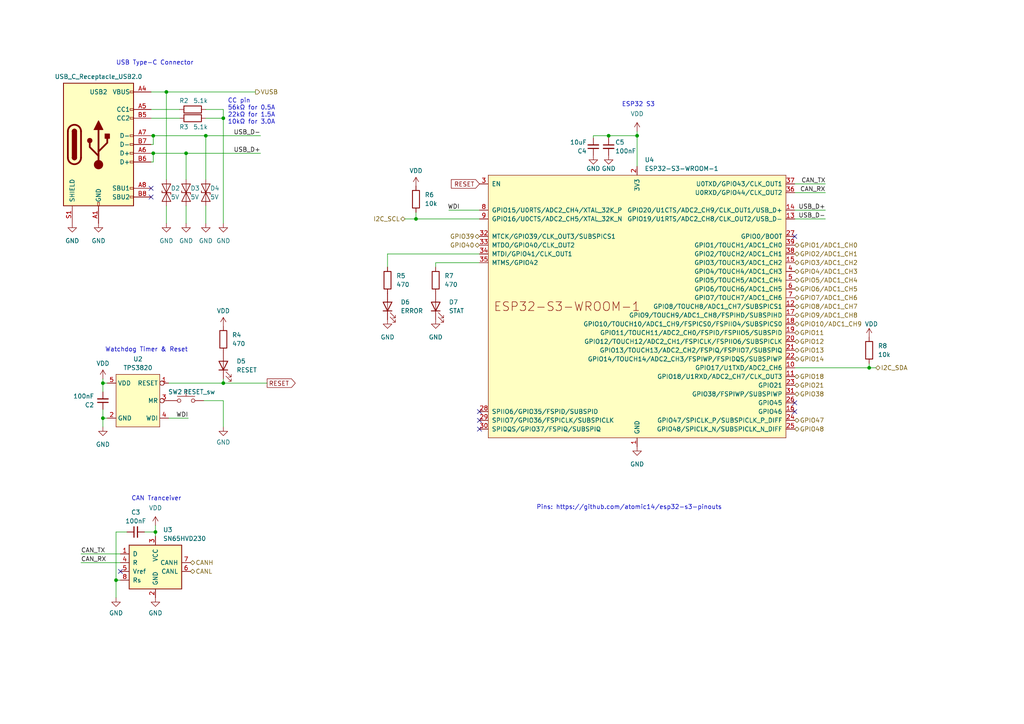
<source format=kicad_sch>
(kicad_sch
	(version 20231120)
	(generator "eeschema")
	(generator_version "8.0")
	(uuid "d339b9d8-51a7-460e-bb19-8d8c25d3e2aa")
	(paper "A4")
	(lib_symbols
		(symbol "Connector:USB_C_Receptacle_USB2.0"
			(pin_names
				(offset 1.016)
			)
			(exclude_from_sim no)
			(in_bom yes)
			(on_board yes)
			(property "Reference" "J"
				(at -10.16 19.05 0)
				(effects
					(font
						(size 1.27 1.27)
					)
					(justify left)
				)
			)
			(property "Value" "USB_C_Receptacle_USB2.0"
				(at 19.05 19.05 0)
				(effects
					(font
						(size 1.27 1.27)
					)
					(justify right)
				)
			)
			(property "Footprint" ""
				(at 3.81 0 0)
				(effects
					(font
						(size 1.27 1.27)
					)
					(hide yes)
				)
			)
			(property "Datasheet" "https://www.usb.org/sites/default/files/documents/usb_type-c.zip"
				(at 3.81 0 0)
				(effects
					(font
						(size 1.27 1.27)
					)
					(hide yes)
				)
			)
			(property "Description" "USB 2.0-only Type-C Receptacle connector"
				(at 0 0 0)
				(effects
					(font
						(size 1.27 1.27)
					)
					(hide yes)
				)
			)
			(property "ki_keywords" "usb universal serial bus type-C USB2.0"
				(at 0 0 0)
				(effects
					(font
						(size 1.27 1.27)
					)
					(hide yes)
				)
			)
			(property "ki_fp_filters" "USB*C*Receptacle*"
				(at 0 0 0)
				(effects
					(font
						(size 1.27 1.27)
					)
					(hide yes)
				)
			)
			(symbol "USB_C_Receptacle_USB2.0_0_0"
				(rectangle
					(start -0.254 -17.78)
					(end 0.254 -16.764)
					(stroke
						(width 0)
						(type default)
					)
					(fill
						(type none)
					)
				)
				(rectangle
					(start 10.16 -14.986)
					(end 9.144 -15.494)
					(stroke
						(width 0)
						(type default)
					)
					(fill
						(type none)
					)
				)
				(rectangle
					(start 10.16 -12.446)
					(end 9.144 -12.954)
					(stroke
						(width 0)
						(type default)
					)
					(fill
						(type none)
					)
				)
				(rectangle
					(start 10.16 -4.826)
					(end 9.144 -5.334)
					(stroke
						(width 0)
						(type default)
					)
					(fill
						(type none)
					)
				)
				(rectangle
					(start 10.16 -2.286)
					(end 9.144 -2.794)
					(stroke
						(width 0)
						(type default)
					)
					(fill
						(type none)
					)
				)
				(rectangle
					(start 10.16 0.254)
					(end 9.144 -0.254)
					(stroke
						(width 0)
						(type default)
					)
					(fill
						(type none)
					)
				)
				(rectangle
					(start 10.16 2.794)
					(end 9.144 2.286)
					(stroke
						(width 0)
						(type default)
					)
					(fill
						(type none)
					)
				)
				(rectangle
					(start 10.16 7.874)
					(end 9.144 7.366)
					(stroke
						(width 0)
						(type default)
					)
					(fill
						(type none)
					)
				)
				(rectangle
					(start 10.16 10.414)
					(end 9.144 9.906)
					(stroke
						(width 0)
						(type default)
					)
					(fill
						(type none)
					)
				)
				(rectangle
					(start 10.16 15.494)
					(end 9.144 14.986)
					(stroke
						(width 0)
						(type default)
					)
					(fill
						(type none)
					)
				)
			)
			(symbol "USB_C_Receptacle_USB2.0_0_1"
				(rectangle
					(start -10.16 17.78)
					(end 10.16 -17.78)
					(stroke
						(width 0.254)
						(type default)
					)
					(fill
						(type background)
					)
				)
				(arc
					(start -8.89 -3.81)
					(mid -6.985 -5.7067)
					(end -5.08 -3.81)
					(stroke
						(width 0.508)
						(type default)
					)
					(fill
						(type none)
					)
				)
				(arc
					(start -7.62 -3.81)
					(mid -6.985 -4.4423)
					(end -6.35 -3.81)
					(stroke
						(width 0.254)
						(type default)
					)
					(fill
						(type none)
					)
				)
				(arc
					(start -7.62 -3.81)
					(mid -6.985 -4.4423)
					(end -6.35 -3.81)
					(stroke
						(width 0.254)
						(type default)
					)
					(fill
						(type outline)
					)
				)
				(rectangle
					(start -7.62 -3.81)
					(end -6.35 3.81)
					(stroke
						(width 0.254)
						(type default)
					)
					(fill
						(type outline)
					)
				)
				(arc
					(start -6.35 3.81)
					(mid -6.985 4.4423)
					(end -7.62 3.81)
					(stroke
						(width 0.254)
						(type default)
					)
					(fill
						(type none)
					)
				)
				(arc
					(start -6.35 3.81)
					(mid -6.985 4.4423)
					(end -7.62 3.81)
					(stroke
						(width 0.254)
						(type default)
					)
					(fill
						(type outline)
					)
				)
				(arc
					(start -5.08 3.81)
					(mid -6.985 5.7067)
					(end -8.89 3.81)
					(stroke
						(width 0.508)
						(type default)
					)
					(fill
						(type none)
					)
				)
				(circle
					(center -2.54 1.143)
					(radius 0.635)
					(stroke
						(width 0.254)
						(type default)
					)
					(fill
						(type outline)
					)
				)
				(circle
					(center 0 -5.842)
					(radius 1.27)
					(stroke
						(width 0)
						(type default)
					)
					(fill
						(type outline)
					)
				)
				(polyline
					(pts
						(xy -8.89 -3.81) (xy -8.89 3.81)
					)
					(stroke
						(width 0.508)
						(type default)
					)
					(fill
						(type none)
					)
				)
				(polyline
					(pts
						(xy -5.08 3.81) (xy -5.08 -3.81)
					)
					(stroke
						(width 0.508)
						(type default)
					)
					(fill
						(type none)
					)
				)
				(polyline
					(pts
						(xy 0 -5.842) (xy 0 4.318)
					)
					(stroke
						(width 0.508)
						(type default)
					)
					(fill
						(type none)
					)
				)
				(polyline
					(pts
						(xy 0 -3.302) (xy -2.54 -0.762) (xy -2.54 0.508)
					)
					(stroke
						(width 0.508)
						(type default)
					)
					(fill
						(type none)
					)
				)
				(polyline
					(pts
						(xy 0 -2.032) (xy 2.54 0.508) (xy 2.54 1.778)
					)
					(stroke
						(width 0.508)
						(type default)
					)
					(fill
						(type none)
					)
				)
				(polyline
					(pts
						(xy -1.27 4.318) (xy 0 6.858) (xy 1.27 4.318) (xy -1.27 4.318)
					)
					(stroke
						(width 0.254)
						(type default)
					)
					(fill
						(type outline)
					)
				)
				(rectangle
					(start 1.905 1.778)
					(end 3.175 3.048)
					(stroke
						(width 0.254)
						(type default)
					)
					(fill
						(type outline)
					)
				)
			)
			(symbol "USB_C_Receptacle_USB2.0_1_1"
				(pin passive line
					(at 0 -22.86 90)
					(length 5.08)
					(name "GND"
						(effects
							(font
								(size 1.27 1.27)
							)
						)
					)
					(number "A1"
						(effects
							(font
								(size 1.27 1.27)
							)
						)
					)
				)
				(pin passive line
					(at 0 -22.86 90)
					(length 5.08) hide
					(name "GND"
						(effects
							(font
								(size 1.27 1.27)
							)
						)
					)
					(number "A12"
						(effects
							(font
								(size 1.27 1.27)
							)
						)
					)
				)
				(pin passive line
					(at 15.24 15.24 180)
					(length 5.08)
					(name "VBUS"
						(effects
							(font
								(size 1.27 1.27)
							)
						)
					)
					(number "A4"
						(effects
							(font
								(size 1.27 1.27)
							)
						)
					)
				)
				(pin bidirectional line
					(at 15.24 10.16 180)
					(length 5.08)
					(name "CC1"
						(effects
							(font
								(size 1.27 1.27)
							)
						)
					)
					(number "A5"
						(effects
							(font
								(size 1.27 1.27)
							)
						)
					)
				)
				(pin bidirectional line
					(at 15.24 -2.54 180)
					(length 5.08)
					(name "D+"
						(effects
							(font
								(size 1.27 1.27)
							)
						)
					)
					(number "A6"
						(effects
							(font
								(size 1.27 1.27)
							)
						)
					)
				)
				(pin bidirectional line
					(at 15.24 2.54 180)
					(length 5.08)
					(name "D-"
						(effects
							(font
								(size 1.27 1.27)
							)
						)
					)
					(number "A7"
						(effects
							(font
								(size 1.27 1.27)
							)
						)
					)
				)
				(pin bidirectional line
					(at 15.24 -12.7 180)
					(length 5.08)
					(name "SBU1"
						(effects
							(font
								(size 1.27 1.27)
							)
						)
					)
					(number "A8"
						(effects
							(font
								(size 1.27 1.27)
							)
						)
					)
				)
				(pin passive line
					(at 15.24 15.24 180)
					(length 5.08) hide
					(name "VBUS"
						(effects
							(font
								(size 1.27 1.27)
							)
						)
					)
					(number "A9"
						(effects
							(font
								(size 1.27 1.27)
							)
						)
					)
				)
				(pin passive line
					(at 0 -22.86 90)
					(length 5.08) hide
					(name "GND"
						(effects
							(font
								(size 1.27 1.27)
							)
						)
					)
					(number "B1"
						(effects
							(font
								(size 1.27 1.27)
							)
						)
					)
				)
				(pin passive line
					(at 0 -22.86 90)
					(length 5.08) hide
					(name "GND"
						(effects
							(font
								(size 1.27 1.27)
							)
						)
					)
					(number "B12"
						(effects
							(font
								(size 1.27 1.27)
							)
						)
					)
				)
				(pin passive line
					(at 15.24 15.24 180)
					(length 5.08) hide
					(name "VBUS"
						(effects
							(font
								(size 1.27 1.27)
							)
						)
					)
					(number "B4"
						(effects
							(font
								(size 1.27 1.27)
							)
						)
					)
				)
				(pin bidirectional line
					(at 15.24 7.62 180)
					(length 5.08)
					(name "CC2"
						(effects
							(font
								(size 1.27 1.27)
							)
						)
					)
					(number "B5"
						(effects
							(font
								(size 1.27 1.27)
							)
						)
					)
				)
				(pin bidirectional line
					(at 15.24 -5.08 180)
					(length 5.08)
					(name "D+"
						(effects
							(font
								(size 1.27 1.27)
							)
						)
					)
					(number "B6"
						(effects
							(font
								(size 1.27 1.27)
							)
						)
					)
				)
				(pin bidirectional line
					(at 15.24 0 180)
					(length 5.08)
					(name "D-"
						(effects
							(font
								(size 1.27 1.27)
							)
						)
					)
					(number "B7"
						(effects
							(font
								(size 1.27 1.27)
							)
						)
					)
				)
				(pin bidirectional line
					(at 15.24 -15.24 180)
					(length 5.08)
					(name "SBU2"
						(effects
							(font
								(size 1.27 1.27)
							)
						)
					)
					(number "B8"
						(effects
							(font
								(size 1.27 1.27)
							)
						)
					)
				)
				(pin passive line
					(at 15.24 15.24 180)
					(length 5.08) hide
					(name "VBUS"
						(effects
							(font
								(size 1.27 1.27)
							)
						)
					)
					(number "B9"
						(effects
							(font
								(size 1.27 1.27)
							)
						)
					)
				)
				(pin passive line
					(at -7.62 -22.86 90)
					(length 5.08)
					(name "SHIELD"
						(effects
							(font
								(size 1.27 1.27)
							)
						)
					)
					(number "S1"
						(effects
							(font
								(size 1.27 1.27)
							)
						)
					)
				)
			)
		)
		(symbol "Device:C_Small"
			(pin_numbers hide)
			(pin_names
				(offset 0.254) hide)
			(exclude_from_sim no)
			(in_bom yes)
			(on_board yes)
			(property "Reference" "C"
				(at 0.254 1.778 0)
				(effects
					(font
						(size 1.27 1.27)
					)
					(justify left)
				)
			)
			(property "Value" "C_Small"
				(at 0.254 -2.032 0)
				(effects
					(font
						(size 1.27 1.27)
					)
					(justify left)
				)
			)
			(property "Footprint" ""
				(at 0 0 0)
				(effects
					(font
						(size 1.27 1.27)
					)
					(hide yes)
				)
			)
			(property "Datasheet" "~"
				(at 0 0 0)
				(effects
					(font
						(size 1.27 1.27)
					)
					(hide yes)
				)
			)
			(property "Description" "Unpolarized capacitor, small symbol"
				(at 0 0 0)
				(effects
					(font
						(size 1.27 1.27)
					)
					(hide yes)
				)
			)
			(property "ki_keywords" "capacitor cap"
				(at 0 0 0)
				(effects
					(font
						(size 1.27 1.27)
					)
					(hide yes)
				)
			)
			(property "ki_fp_filters" "C_*"
				(at 0 0 0)
				(effects
					(font
						(size 1.27 1.27)
					)
					(hide yes)
				)
			)
			(symbol "C_Small_0_1"
				(polyline
					(pts
						(xy -1.524 -0.508) (xy 1.524 -0.508)
					)
					(stroke
						(width 0.3302)
						(type default)
					)
					(fill
						(type none)
					)
				)
				(polyline
					(pts
						(xy -1.524 0.508) (xy 1.524 0.508)
					)
					(stroke
						(width 0.3048)
						(type default)
					)
					(fill
						(type none)
					)
				)
			)
			(symbol "C_Small_1_1"
				(pin passive line
					(at 0 2.54 270)
					(length 2.032)
					(name "~"
						(effects
							(font
								(size 1.27 1.27)
							)
						)
					)
					(number "1"
						(effects
							(font
								(size 1.27 1.27)
							)
						)
					)
				)
				(pin passive line
					(at 0 -2.54 90)
					(length 2.032)
					(name "~"
						(effects
							(font
								(size 1.27 1.27)
							)
						)
					)
					(number "2"
						(effects
							(font
								(size 1.27 1.27)
							)
						)
					)
				)
			)
		)
		(symbol "Device:LED"
			(pin_numbers hide)
			(pin_names
				(offset 1.016) hide)
			(exclude_from_sim no)
			(in_bom yes)
			(on_board yes)
			(property "Reference" "D"
				(at 0 2.54 0)
				(effects
					(font
						(size 1.27 1.27)
					)
				)
			)
			(property "Value" "LED"
				(at 0 -2.54 0)
				(effects
					(font
						(size 1.27 1.27)
					)
				)
			)
			(property "Footprint" ""
				(at 0 0 0)
				(effects
					(font
						(size 1.27 1.27)
					)
					(hide yes)
				)
			)
			(property "Datasheet" "~"
				(at 0 0 0)
				(effects
					(font
						(size 1.27 1.27)
					)
					(hide yes)
				)
			)
			(property "Description" "Light emitting diode"
				(at 0 0 0)
				(effects
					(font
						(size 1.27 1.27)
					)
					(hide yes)
				)
			)
			(property "ki_keywords" "LED diode"
				(at 0 0 0)
				(effects
					(font
						(size 1.27 1.27)
					)
					(hide yes)
				)
			)
			(property "ki_fp_filters" "LED* LED_SMD:* LED_THT:*"
				(at 0 0 0)
				(effects
					(font
						(size 1.27 1.27)
					)
					(hide yes)
				)
			)
			(symbol "LED_0_1"
				(polyline
					(pts
						(xy -1.27 -1.27) (xy -1.27 1.27)
					)
					(stroke
						(width 0.254)
						(type default)
					)
					(fill
						(type none)
					)
				)
				(polyline
					(pts
						(xy -1.27 0) (xy 1.27 0)
					)
					(stroke
						(width 0)
						(type default)
					)
					(fill
						(type none)
					)
				)
				(polyline
					(pts
						(xy 1.27 -1.27) (xy 1.27 1.27) (xy -1.27 0) (xy 1.27 -1.27)
					)
					(stroke
						(width 0.254)
						(type default)
					)
					(fill
						(type none)
					)
				)
				(polyline
					(pts
						(xy -3.048 -0.762) (xy -4.572 -2.286) (xy -3.81 -2.286) (xy -4.572 -2.286) (xy -4.572 -1.524)
					)
					(stroke
						(width 0)
						(type default)
					)
					(fill
						(type none)
					)
				)
				(polyline
					(pts
						(xy -1.778 -0.762) (xy -3.302 -2.286) (xy -2.54 -2.286) (xy -3.302 -2.286) (xy -3.302 -1.524)
					)
					(stroke
						(width 0)
						(type default)
					)
					(fill
						(type none)
					)
				)
			)
			(symbol "LED_1_1"
				(pin passive line
					(at -3.81 0 0)
					(length 2.54)
					(name "K"
						(effects
							(font
								(size 1.27 1.27)
							)
						)
					)
					(number "1"
						(effects
							(font
								(size 1.27 1.27)
							)
						)
					)
				)
				(pin passive line
					(at 3.81 0 180)
					(length 2.54)
					(name "A"
						(effects
							(font
								(size 1.27 1.27)
							)
						)
					)
					(number "2"
						(effects
							(font
								(size 1.27 1.27)
							)
						)
					)
				)
			)
		)
		(symbol "Device:R"
			(pin_numbers hide)
			(pin_names
				(offset 0)
			)
			(exclude_from_sim no)
			(in_bom yes)
			(on_board yes)
			(property "Reference" "R"
				(at 2.032 0 90)
				(effects
					(font
						(size 1.27 1.27)
					)
				)
			)
			(property "Value" "R"
				(at 0 0 90)
				(effects
					(font
						(size 1.27 1.27)
					)
				)
			)
			(property "Footprint" ""
				(at -1.778 0 90)
				(effects
					(font
						(size 1.27 1.27)
					)
					(hide yes)
				)
			)
			(property "Datasheet" "~"
				(at 0 0 0)
				(effects
					(font
						(size 1.27 1.27)
					)
					(hide yes)
				)
			)
			(property "Description" "Resistor"
				(at 0 0 0)
				(effects
					(font
						(size 1.27 1.27)
					)
					(hide yes)
				)
			)
			(property "ki_keywords" "R res resistor"
				(at 0 0 0)
				(effects
					(font
						(size 1.27 1.27)
					)
					(hide yes)
				)
			)
			(property "ki_fp_filters" "R_*"
				(at 0 0 0)
				(effects
					(font
						(size 1.27 1.27)
					)
					(hide yes)
				)
			)
			(symbol "R_0_1"
				(rectangle
					(start -1.016 -2.54)
					(end 1.016 2.54)
					(stroke
						(width 0.254)
						(type default)
					)
					(fill
						(type none)
					)
				)
			)
			(symbol "R_1_1"
				(pin passive line
					(at 0 3.81 270)
					(length 1.27)
					(name "~"
						(effects
							(font
								(size 1.27 1.27)
							)
						)
					)
					(number "1"
						(effects
							(font
								(size 1.27 1.27)
							)
						)
					)
				)
				(pin passive line
					(at 0 -3.81 90)
					(length 1.27)
					(name "~"
						(effects
							(font
								(size 1.27 1.27)
							)
						)
					)
					(number "2"
						(effects
							(font
								(size 1.27 1.27)
							)
						)
					)
				)
			)
		)
		(symbol "Diode:ESD9B5.0ST5G"
			(pin_numbers hide)
			(pin_names
				(offset 1.016) hide)
			(exclude_from_sim no)
			(in_bom yes)
			(on_board yes)
			(property "Reference" "D"
				(at 0 2.54 0)
				(effects
					(font
						(size 1.27 1.27)
					)
				)
			)
			(property "Value" "ESD9B5.0ST5G"
				(at 0 -2.54 0)
				(effects
					(font
						(size 1.27 1.27)
					)
				)
			)
			(property "Footprint" "Diode_SMD:D_SOD-923"
				(at 0 0 0)
				(effects
					(font
						(size 1.27 1.27)
					)
					(hide yes)
				)
			)
			(property "Datasheet" "https://www.onsemi.com/pub/Collateral/ESD9B-D.PDF"
				(at 0 0 0)
				(effects
					(font
						(size 1.27 1.27)
					)
					(hide yes)
				)
			)
			(property "Description" "ESD protection diode, 5.0Vrwm, SOD-923"
				(at 0 0 0)
				(effects
					(font
						(size 1.27 1.27)
					)
					(hide yes)
				)
			)
			(property "ki_keywords" "diode TVS ESD"
				(at 0 0 0)
				(effects
					(font
						(size 1.27 1.27)
					)
					(hide yes)
				)
			)
			(property "ki_fp_filters" "D*SOD?923*"
				(at 0 0 0)
				(effects
					(font
						(size 1.27 1.27)
					)
					(hide yes)
				)
			)
			(symbol "ESD9B5.0ST5G_0_1"
				(polyline
					(pts
						(xy 1.27 0) (xy -1.27 0)
					)
					(stroke
						(width 0)
						(type default)
					)
					(fill
						(type none)
					)
				)
				(polyline
					(pts
						(xy -2.54 -1.27) (xy 0 0) (xy -2.54 1.27) (xy -2.54 -1.27)
					)
					(stroke
						(width 0.2032)
						(type default)
					)
					(fill
						(type none)
					)
				)
				(polyline
					(pts
						(xy 0.508 1.27) (xy 0 1.27) (xy 0 -1.27) (xy -0.508 -1.27)
					)
					(stroke
						(width 0.2032)
						(type default)
					)
					(fill
						(type none)
					)
				)
				(polyline
					(pts
						(xy 2.54 1.27) (xy 2.54 -1.27) (xy 0 0) (xy 2.54 1.27)
					)
					(stroke
						(width 0.2032)
						(type default)
					)
					(fill
						(type none)
					)
				)
			)
			(symbol "ESD9B5.0ST5G_1_1"
				(pin passive line
					(at -3.81 0 0)
					(length 2.54)
					(name "A1"
						(effects
							(font
								(size 1.27 1.27)
							)
						)
					)
					(number "1"
						(effects
							(font
								(size 1.27 1.27)
							)
						)
					)
				)
				(pin passive line
					(at 3.81 0 180)
					(length 2.54)
					(name "A2"
						(effects
							(font
								(size 1.27 1.27)
							)
						)
					)
					(number "2"
						(effects
							(font
								(size 1.27 1.27)
							)
						)
					)
				)
			)
		)
		(symbol "Interface_CAN_LIN:SN65HVD230"
			(pin_names
				(offset 1.016)
			)
			(exclude_from_sim no)
			(in_bom yes)
			(on_board yes)
			(property "Reference" "U"
				(at -2.54 10.16 0)
				(effects
					(font
						(size 1.27 1.27)
					)
					(justify right)
				)
			)
			(property "Value" "SN65HVD230"
				(at -2.54 7.62 0)
				(effects
					(font
						(size 1.27 1.27)
					)
					(justify right)
				)
			)
			(property "Footprint" "Package_SO:SOIC-8_3.9x4.9mm_P1.27mm"
				(at 0 -12.7 0)
				(effects
					(font
						(size 1.27 1.27)
					)
					(hide yes)
				)
			)
			(property "Datasheet" "http://www.ti.com/lit/ds/symlink/sn65hvd230.pdf"
				(at -2.54 10.16 0)
				(effects
					(font
						(size 1.27 1.27)
					)
					(hide yes)
				)
			)
			(property "Description" "CAN Bus Transceivers, 3.3V, 1Mbps, Low-Power capabilities, SOIC-8"
				(at 0 0 0)
				(effects
					(font
						(size 1.27 1.27)
					)
					(hide yes)
				)
			)
			(property "ki_keywords" "can transeiver ti low-power"
				(at 0 0 0)
				(effects
					(font
						(size 1.27 1.27)
					)
					(hide yes)
				)
			)
			(property "ki_fp_filters" "SOIC*3.9x4.9mm*P1.27mm*"
				(at 0 0 0)
				(effects
					(font
						(size 1.27 1.27)
					)
					(hide yes)
				)
			)
			(symbol "SN65HVD230_0_1"
				(rectangle
					(start -7.62 5.08)
					(end 7.62 -7.62)
					(stroke
						(width 0.254)
						(type default)
					)
					(fill
						(type background)
					)
				)
			)
			(symbol "SN65HVD230_1_1"
				(pin input line
					(at -10.16 2.54 0)
					(length 2.54)
					(name "D"
						(effects
							(font
								(size 1.27 1.27)
							)
						)
					)
					(number "1"
						(effects
							(font
								(size 1.27 1.27)
							)
						)
					)
				)
				(pin power_in line
					(at 0 -10.16 90)
					(length 2.54)
					(name "GND"
						(effects
							(font
								(size 1.27 1.27)
							)
						)
					)
					(number "2"
						(effects
							(font
								(size 1.27 1.27)
							)
						)
					)
				)
				(pin power_in line
					(at 0 7.62 270)
					(length 2.54)
					(name "VCC"
						(effects
							(font
								(size 1.27 1.27)
							)
						)
					)
					(number "3"
						(effects
							(font
								(size 1.27 1.27)
							)
						)
					)
				)
				(pin output line
					(at -10.16 0 0)
					(length 2.54)
					(name "R"
						(effects
							(font
								(size 1.27 1.27)
							)
						)
					)
					(number "4"
						(effects
							(font
								(size 1.27 1.27)
							)
						)
					)
				)
				(pin output line
					(at -10.16 -2.54 0)
					(length 2.54)
					(name "Vref"
						(effects
							(font
								(size 1.27 1.27)
							)
						)
					)
					(number "5"
						(effects
							(font
								(size 1.27 1.27)
							)
						)
					)
				)
				(pin bidirectional line
					(at 10.16 -2.54 180)
					(length 2.54)
					(name "CANL"
						(effects
							(font
								(size 1.27 1.27)
							)
						)
					)
					(number "6"
						(effects
							(font
								(size 1.27 1.27)
							)
						)
					)
				)
				(pin bidirectional line
					(at 10.16 0 180)
					(length 2.54)
					(name "CANH"
						(effects
							(font
								(size 1.27 1.27)
							)
						)
					)
					(number "7"
						(effects
							(font
								(size 1.27 1.27)
							)
						)
					)
				)
				(pin input line
					(at -10.16 -5.08 0)
					(length 2.54)
					(name "Rs"
						(effects
							(font
								(size 1.27 1.27)
							)
						)
					)
					(number "8"
						(effects
							(font
								(size 1.27 1.27)
							)
						)
					)
				)
			)
		)
		(symbol "PCM_Espressif:ESP32-S3-WROOM-1"
			(pin_names
				(offset 1.016)
			)
			(exclude_from_sim no)
			(in_bom yes)
			(on_board yes)
			(property "Reference" "U"
				(at -43.18 43.18 0)
				(effects
					(font
						(size 1.27 1.27)
					)
					(justify left)
				)
			)
			(property "Value" "ESP32-S3-WROOM-1"
				(at -43.18 40.64 0)
				(effects
					(font
						(size 1.27 1.27)
					)
					(justify left)
				)
			)
			(property "Footprint" "PCM_Espressif:ESP32-S3-WROOM-1"
				(at 2.54 -48.26 0)
				(effects
					(font
						(size 1.27 1.27)
					)
					(hide yes)
				)
			)
			(property "Datasheet" "https://www.espressif.com/sites/default/files/documentation/esp32-s3-wroom-1_wroom-1u_datasheet_en.pdf"
				(at 2.54 -50.8 0)
				(effects
					(font
						(size 1.27 1.27)
					)
					(hide yes)
				)
			)
			(property "Description" "2.4 GHz WiFi (802.11 b/g/n) and Bluetooth ® 5 (LE) module Built around ESP32S3 series of SoCs, Xtensa ® dualcore 32bit LX7 microprocessor Flash up to 16 MB, PSRAM up to 8 MB 36 GPIOs, rich set of peripherals Onboard PCB antenna"
				(at 0 0 0)
				(effects
					(font
						(size 1.27 1.27)
					)
					(hide yes)
				)
			)
			(symbol "ESP32-S3-WROOM-1_0_0"
				(text "ESP32-S3-WROOM-1"
					(at -20.32 0 0)
					(effects
						(font
							(size 2.54 2.54)
						)
					)
				)
				(pin power_in line
					(at 0 -40.64 90)
					(length 2.54)
					(name "GND"
						(effects
							(font
								(size 1.27 1.27)
							)
						)
					)
					(number "1"
						(effects
							(font
								(size 1.27 1.27)
							)
						)
					)
				)
				(pin bidirectional line
					(at 45.72 -17.78 180)
					(length 2.54)
					(name "GPIO17/U1TXD/ADC2_CH6"
						(effects
							(font
								(size 1.27 1.27)
							)
						)
					)
					(number "10"
						(effects
							(font
								(size 1.27 1.27)
							)
						)
					)
				)
				(pin bidirectional line
					(at 45.72 -20.32 180)
					(length 2.54)
					(name "GPIO18/U1RXD/ADC2_CH7/CLK_OUT3"
						(effects
							(font
								(size 1.27 1.27)
							)
						)
					)
					(number "11"
						(effects
							(font
								(size 1.27 1.27)
							)
						)
					)
				)
				(pin bidirectional line
					(at 45.72 0 180)
					(length 2.54)
					(name "GPIO8/TOUCH8/ADC1_CH7/SUBSPICS1"
						(effects
							(font
								(size 1.27 1.27)
							)
						)
					)
					(number "12"
						(effects
							(font
								(size 1.27 1.27)
							)
						)
					)
				)
				(pin bidirectional line
					(at 45.72 25.4 180)
					(length 2.54)
					(name "GPIO19/U1RTS/ADC2_CH8/CLK_OUT2/USB_D-"
						(effects
							(font
								(size 1.27 1.27)
							)
						)
					)
					(number "13"
						(effects
							(font
								(size 1.27 1.27)
							)
						)
					)
				)
				(pin bidirectional line
					(at 45.72 27.94 180)
					(length 2.54)
					(name "GPIO20/U1CTS/ADC2_CH9/CLK_OUT1/USB_D+"
						(effects
							(font
								(size 1.27 1.27)
							)
						)
					)
					(number "14"
						(effects
							(font
								(size 1.27 1.27)
							)
						)
					)
				)
				(pin bidirectional line
					(at 45.72 12.7 180)
					(length 2.54)
					(name "GPIO3/TOUCH3/ADC1_CH2"
						(effects
							(font
								(size 1.27 1.27)
							)
						)
					)
					(number "15"
						(effects
							(font
								(size 1.27 1.27)
							)
						)
					)
				)
				(pin bidirectional line
					(at 45.72 -30.48 180)
					(length 2.54)
					(name "GPIO46"
						(effects
							(font
								(size 1.27 1.27)
							)
						)
					)
					(number "16"
						(effects
							(font
								(size 1.27 1.27)
							)
						)
					)
				)
				(pin bidirectional line
					(at 45.72 -2.54 180)
					(length 2.54)
					(name "GPIO9/TOUCH9/ADC1_CH8/FSPIHD/SUBSPIHD"
						(effects
							(font
								(size 1.27 1.27)
							)
						)
					)
					(number "17"
						(effects
							(font
								(size 1.27 1.27)
							)
						)
					)
				)
				(pin bidirectional line
					(at 45.72 -5.08 180)
					(length 2.54)
					(name "GPIO10/TOUCH10/ADC1_CH9/FSPICS0/FSPIIO4/SUBSPICS0"
						(effects
							(font
								(size 1.27 1.27)
							)
						)
					)
					(number "18"
						(effects
							(font
								(size 1.27 1.27)
							)
						)
					)
				)
				(pin bidirectional line
					(at 45.72 -7.62 180)
					(length 2.54)
					(name "GPIO11/TOUCH11/ADC2_CH0/FSPID/FSPIIO5/SUBSPID"
						(effects
							(font
								(size 1.27 1.27)
							)
						)
					)
					(number "19"
						(effects
							(font
								(size 1.27 1.27)
							)
						)
					)
				)
				(pin power_in line
					(at 0 40.64 270)
					(length 2.54)
					(name "3V3"
						(effects
							(font
								(size 1.27 1.27)
							)
						)
					)
					(number "2"
						(effects
							(font
								(size 1.27 1.27)
							)
						)
					)
				)
				(pin bidirectional line
					(at 45.72 -10.16 180)
					(length 2.54)
					(name "GPIO12/TOUCH12/ADC2_CH1/FSPICLK/FSPIIO6/SUBSPICLK"
						(effects
							(font
								(size 1.27 1.27)
							)
						)
					)
					(number "20"
						(effects
							(font
								(size 1.27 1.27)
							)
						)
					)
				)
				(pin bidirectional line
					(at 45.72 -12.7 180)
					(length 2.54)
					(name "GPIO13/TOUCH13/ADC2_CH2/FSPIQ/FSPIIO7/SUBSPIQ"
						(effects
							(font
								(size 1.27 1.27)
							)
						)
					)
					(number "21"
						(effects
							(font
								(size 1.27 1.27)
							)
						)
					)
				)
				(pin bidirectional line
					(at 45.72 -15.24 180)
					(length 2.54)
					(name "GPIO14/TOUCH14/ADC2_CH3/FSPIWP/FSPIDQS/SUBSPIWP"
						(effects
							(font
								(size 1.27 1.27)
							)
						)
					)
					(number "22"
						(effects
							(font
								(size 1.27 1.27)
							)
						)
					)
				)
				(pin bidirectional line
					(at 45.72 -22.86 180)
					(length 2.54)
					(name "GPIO21"
						(effects
							(font
								(size 1.27 1.27)
							)
						)
					)
					(number "23"
						(effects
							(font
								(size 1.27 1.27)
							)
						)
					)
				)
				(pin bidirectional line
					(at 45.72 -33.02 180)
					(length 2.54)
					(name "GPIO47/SPICLK_P/SUBSPICLK_P_DIFF"
						(effects
							(font
								(size 1.27 1.27)
							)
						)
					)
					(number "24"
						(effects
							(font
								(size 1.27 1.27)
							)
						)
					)
				)
				(pin bidirectional line
					(at 45.72 -35.56 180)
					(length 2.54)
					(name "GPIO48/SPICLK_N/SUBSPICLK_N_DIFF"
						(effects
							(font
								(size 1.27 1.27)
							)
						)
					)
					(number "25"
						(effects
							(font
								(size 1.27 1.27)
							)
						)
					)
				)
				(pin bidirectional line
					(at 45.72 -27.94 180)
					(length 2.54)
					(name "GPIO45"
						(effects
							(font
								(size 1.27 1.27)
							)
						)
					)
					(number "26"
						(effects
							(font
								(size 1.27 1.27)
							)
						)
					)
				)
				(pin bidirectional line
					(at 45.72 20.32 180)
					(length 2.54)
					(name "GPIO0/BOOT"
						(effects
							(font
								(size 1.27 1.27)
							)
						)
					)
					(number "27"
						(effects
							(font
								(size 1.27 1.27)
							)
						)
					)
				)
				(pin bidirectional line
					(at -45.72 -30.48 0)
					(length 2.54)
					(name "SPIIO6/GPIO35/FSPID/SUBSPID"
						(effects
							(font
								(size 1.27 1.27)
							)
						)
					)
					(number "28"
						(effects
							(font
								(size 1.27 1.27)
							)
						)
					)
				)
				(pin bidirectional line
					(at -45.72 -33.02 0)
					(length 2.54)
					(name "SPIIO7/GPIO36/FSPICLK/SUBSPICLK"
						(effects
							(font
								(size 1.27 1.27)
							)
						)
					)
					(number "29"
						(effects
							(font
								(size 1.27 1.27)
							)
						)
					)
				)
				(pin input line
					(at -45.72 35.56 0)
					(length 2.54)
					(name "EN"
						(effects
							(font
								(size 1.27 1.27)
							)
						)
					)
					(number "3"
						(effects
							(font
								(size 1.27 1.27)
							)
						)
					)
				)
				(pin bidirectional line
					(at -45.72 -35.56 0)
					(length 2.54)
					(name "SPIDQS/GPIO37/FSPIQ/SUBSPIQ"
						(effects
							(font
								(size 1.27 1.27)
							)
						)
					)
					(number "30"
						(effects
							(font
								(size 1.27 1.27)
							)
						)
					)
				)
				(pin bidirectional line
					(at 45.72 -25.4 180)
					(length 2.54)
					(name "GPIO38/FSPIWP/SUBSPIWP"
						(effects
							(font
								(size 1.27 1.27)
							)
						)
					)
					(number "31"
						(effects
							(font
								(size 1.27 1.27)
							)
						)
					)
				)
				(pin bidirectional line
					(at -45.72 20.32 0)
					(length 2.54)
					(name "MTCK/GPIO39/CLK_OUT3/SUBSPICS1"
						(effects
							(font
								(size 1.27 1.27)
							)
						)
					)
					(number "32"
						(effects
							(font
								(size 1.27 1.27)
							)
						)
					)
				)
				(pin bidirectional line
					(at -45.72 17.78 0)
					(length 2.54)
					(name "MTDO/GPIO40/CLK_OUT2"
						(effects
							(font
								(size 1.27 1.27)
							)
						)
					)
					(number "33"
						(effects
							(font
								(size 1.27 1.27)
							)
						)
					)
				)
				(pin bidirectional line
					(at -45.72 15.24 0)
					(length 2.54)
					(name "MTDI/GPIO41/CLK_OUT1"
						(effects
							(font
								(size 1.27 1.27)
							)
						)
					)
					(number "34"
						(effects
							(font
								(size 1.27 1.27)
							)
						)
					)
				)
				(pin bidirectional line
					(at -45.72 12.7 0)
					(length 2.54)
					(name "MTMS/GPIO42"
						(effects
							(font
								(size 1.27 1.27)
							)
						)
					)
					(number "35"
						(effects
							(font
								(size 1.27 1.27)
							)
						)
					)
				)
				(pin bidirectional line
					(at 45.72 33.02 180)
					(length 2.54)
					(name "U0RXD/GPIO44/CLK_OUT2"
						(effects
							(font
								(size 1.27 1.27)
							)
						)
					)
					(number "36"
						(effects
							(font
								(size 1.27 1.27)
							)
						)
					)
				)
				(pin bidirectional line
					(at 45.72 35.56 180)
					(length 2.54)
					(name "U0TXD/GPIO43/CLK_OUT1"
						(effects
							(font
								(size 1.27 1.27)
							)
						)
					)
					(number "37"
						(effects
							(font
								(size 1.27 1.27)
							)
						)
					)
				)
				(pin bidirectional line
					(at 45.72 15.24 180)
					(length 2.54)
					(name "GPIO2/TOUCH2/ADC1_CH1"
						(effects
							(font
								(size 1.27 1.27)
							)
						)
					)
					(number "38"
						(effects
							(font
								(size 1.27 1.27)
							)
						)
					)
				)
				(pin bidirectional line
					(at 45.72 17.78 180)
					(length 2.54)
					(name "GPIO1/TOUCH1/ADC1_CH0"
						(effects
							(font
								(size 1.27 1.27)
							)
						)
					)
					(number "39"
						(effects
							(font
								(size 1.27 1.27)
							)
						)
					)
				)
				(pin bidirectional line
					(at 45.72 10.16 180)
					(length 2.54)
					(name "GPIO4/TOUCH4/ADC1_CH3"
						(effects
							(font
								(size 1.27 1.27)
							)
						)
					)
					(number "4"
						(effects
							(font
								(size 1.27 1.27)
							)
						)
					)
				)
				(pin passive line
					(at 0 -40.64 90)
					(length 2.54) hide
					(name "GND"
						(effects
							(font
								(size 1.27 1.27)
							)
						)
					)
					(number "40"
						(effects
							(font
								(size 1.27 1.27)
							)
						)
					)
				)
				(pin passive line
					(at 0 -40.64 90)
					(length 2.54) hide
					(name "GND"
						(effects
							(font
								(size 1.27 1.27)
							)
						)
					)
					(number "41"
						(effects
							(font
								(size 1.27 1.27)
							)
						)
					)
				)
				(pin bidirectional line
					(at 45.72 7.62 180)
					(length 2.54)
					(name "GPIO5/TOUCH5/ADC1_CH4"
						(effects
							(font
								(size 1.27 1.27)
							)
						)
					)
					(number "5"
						(effects
							(font
								(size 1.27 1.27)
							)
						)
					)
				)
				(pin bidirectional line
					(at 45.72 5.08 180)
					(length 2.54)
					(name "GPIO6/TOUCH6/ADC1_CH5"
						(effects
							(font
								(size 1.27 1.27)
							)
						)
					)
					(number "6"
						(effects
							(font
								(size 1.27 1.27)
							)
						)
					)
				)
				(pin bidirectional line
					(at 45.72 2.54 180)
					(length 2.54)
					(name "GPIO7/TOUCH7/ADC1_CH6"
						(effects
							(font
								(size 1.27 1.27)
							)
						)
					)
					(number "7"
						(effects
							(font
								(size 1.27 1.27)
							)
						)
					)
				)
				(pin bidirectional line
					(at -45.72 27.94 0)
					(length 2.54)
					(name "GPIO15/U0RTS/ADC2_CH4/XTAL_32K_P"
						(effects
							(font
								(size 1.27 1.27)
							)
						)
					)
					(number "8"
						(effects
							(font
								(size 1.27 1.27)
							)
						)
					)
				)
				(pin bidirectional line
					(at -45.72 25.4 0)
					(length 2.54)
					(name "GPIO16/U0CTS/ADC2_CH5/XTAL_32K_N"
						(effects
							(font
								(size 1.27 1.27)
							)
						)
					)
					(number "9"
						(effects
							(font
								(size 1.27 1.27)
							)
						)
					)
				)
			)
			(symbol "ESP32-S3-WROOM-1_0_1"
				(rectangle
					(start -43.18 38.1)
					(end 43.18 -38.1)
					(stroke
						(width 0)
						(type default)
					)
					(fill
						(type background)
					)
				)
			)
		)
		(symbol "Switch:SW_Push"
			(pin_numbers hide)
			(pin_names
				(offset 1.016) hide)
			(exclude_from_sim no)
			(in_bom yes)
			(on_board yes)
			(property "Reference" "SW"
				(at 1.27 2.54 0)
				(effects
					(font
						(size 1.27 1.27)
					)
					(justify left)
				)
			)
			(property "Value" "SW_Push"
				(at 0 -1.524 0)
				(effects
					(font
						(size 1.27 1.27)
					)
				)
			)
			(property "Footprint" ""
				(at 0 5.08 0)
				(effects
					(font
						(size 1.27 1.27)
					)
					(hide yes)
				)
			)
			(property "Datasheet" "~"
				(at 0 5.08 0)
				(effects
					(font
						(size 1.27 1.27)
					)
					(hide yes)
				)
			)
			(property "Description" "Push button switch, generic, two pins"
				(at 0 0 0)
				(effects
					(font
						(size 1.27 1.27)
					)
					(hide yes)
				)
			)
			(property "ki_keywords" "switch normally-open pushbutton push-button"
				(at 0 0 0)
				(effects
					(font
						(size 1.27 1.27)
					)
					(hide yes)
				)
			)
			(symbol "SW_Push_0_1"
				(circle
					(center -2.032 0)
					(radius 0.508)
					(stroke
						(width 0)
						(type default)
					)
					(fill
						(type none)
					)
				)
				(polyline
					(pts
						(xy 0 1.27) (xy 0 3.048)
					)
					(stroke
						(width 0)
						(type default)
					)
					(fill
						(type none)
					)
				)
				(polyline
					(pts
						(xy 2.54 1.27) (xy -2.54 1.27)
					)
					(stroke
						(width 0)
						(type default)
					)
					(fill
						(type none)
					)
				)
				(circle
					(center 2.032 0)
					(radius 0.508)
					(stroke
						(width 0)
						(type default)
					)
					(fill
						(type none)
					)
				)
				(pin passive line
					(at -5.08 0 0)
					(length 2.54)
					(name "1"
						(effects
							(font
								(size 1.27 1.27)
							)
						)
					)
					(number "1"
						(effects
							(font
								(size 1.27 1.27)
							)
						)
					)
				)
				(pin passive line
					(at 5.08 0 180)
					(length 2.54)
					(name "2"
						(effects
							(font
								(size 1.27 1.27)
							)
						)
					)
					(number "2"
						(effects
							(font
								(size 1.27 1.27)
							)
						)
					)
				)
			)
		)
		(symbol "WOBCLibrary:TPS3820"
			(exclude_from_sim no)
			(in_bom yes)
			(on_board yes)
			(property "Reference" "U"
				(at 0 0 0)
				(effects
					(font
						(size 1.27 1.27)
					)
				)
			)
			(property "Value" "TPS3820"
				(at 0 8.89 0)
				(effects
					(font
						(size 1.27 1.27)
					)
				)
			)
			(property "Footprint" ""
				(at 0 11.43 0)
				(effects
					(font
						(size 1.27 1.27)
					)
					(hide yes)
				)
			)
			(property "Datasheet" ""
				(at 0 11.43 0)
				(effects
					(font
						(size 1.27 1.27)
					)
					(hide yes)
				)
			)
			(property "Description" ""
				(at 0 0 0)
				(effects
					(font
						(size 1.27 1.27)
					)
					(hide yes)
				)
			)
			(symbol "TPS3820_1_1"
				(rectangle
					(start -6.35 7.62)
					(end 6.35 -7.62)
					(stroke
						(width 0)
						(type default)
					)
					(fill
						(type background)
					)
				)
				(pin output inverted
					(at 8.89 5.08 180)
					(length 2.54)
					(name "RESET"
						(effects
							(font
								(size 1.27 1.27)
							)
						)
					)
					(number "1"
						(effects
							(font
								(size 1.27 1.27)
							)
						)
					)
				)
				(pin power_in line
					(at -8.89 -5.08 0)
					(length 2.54)
					(name "GND"
						(effects
							(font
								(size 1.27 1.27)
							)
						)
					)
					(number "2"
						(effects
							(font
								(size 1.27 1.27)
							)
						)
					)
				)
				(pin input inverted
					(at 8.89 0 180)
					(length 2.54)
					(name "MR"
						(effects
							(font
								(size 1.27 1.27)
							)
						)
					)
					(number "3"
						(effects
							(font
								(size 1.27 1.27)
							)
						)
					)
				)
				(pin input line
					(at 8.89 -5.08 180)
					(length 2.54)
					(name "WDI"
						(effects
							(font
								(size 1.27 1.27)
							)
						)
					)
					(number "4"
						(effects
							(font
								(size 1.27 1.27)
							)
						)
					)
				)
				(pin power_in line
					(at -8.89 5.08 0)
					(length 2.54)
					(name "VDD"
						(effects
							(font
								(size 1.27 1.27)
							)
						)
					)
					(number "5"
						(effects
							(font
								(size 1.27 1.27)
							)
						)
					)
				)
			)
		)
		(symbol "power:GND"
			(power)
			(pin_names
				(offset 0)
			)
			(exclude_from_sim no)
			(in_bom yes)
			(on_board yes)
			(property "Reference" "#PWR"
				(at 0 -6.35 0)
				(effects
					(font
						(size 1.27 1.27)
					)
					(hide yes)
				)
			)
			(property "Value" "GND"
				(at 0 -3.81 0)
				(effects
					(font
						(size 1.27 1.27)
					)
				)
			)
			(property "Footprint" ""
				(at 0 0 0)
				(effects
					(font
						(size 1.27 1.27)
					)
					(hide yes)
				)
			)
			(property "Datasheet" ""
				(at 0 0 0)
				(effects
					(font
						(size 1.27 1.27)
					)
					(hide yes)
				)
			)
			(property "Description" "Power symbol creates a global label with name \"GND\" , ground"
				(at 0 0 0)
				(effects
					(font
						(size 1.27 1.27)
					)
					(hide yes)
				)
			)
			(property "ki_keywords" "global power"
				(at 0 0 0)
				(effects
					(font
						(size 1.27 1.27)
					)
					(hide yes)
				)
			)
			(symbol "GND_0_1"
				(polyline
					(pts
						(xy 0 0) (xy 0 -1.27) (xy 1.27 -1.27) (xy 0 -2.54) (xy -1.27 -1.27) (xy 0 -1.27)
					)
					(stroke
						(width 0)
						(type default)
					)
					(fill
						(type none)
					)
				)
			)
			(symbol "GND_1_1"
				(pin power_in line
					(at 0 0 270)
					(length 0) hide
					(name "GND"
						(effects
							(font
								(size 1.27 1.27)
							)
						)
					)
					(number "1"
						(effects
							(font
								(size 1.27 1.27)
							)
						)
					)
				)
			)
		)
		(symbol "power:VDD"
			(power)
			(pin_names
				(offset 0)
			)
			(exclude_from_sim no)
			(in_bom yes)
			(on_board yes)
			(property "Reference" "#PWR"
				(at 0 -3.81 0)
				(effects
					(font
						(size 1.27 1.27)
					)
					(hide yes)
				)
			)
			(property "Value" "VDD"
				(at 0 3.81 0)
				(effects
					(font
						(size 1.27 1.27)
					)
				)
			)
			(property "Footprint" ""
				(at 0 0 0)
				(effects
					(font
						(size 1.27 1.27)
					)
					(hide yes)
				)
			)
			(property "Datasheet" ""
				(at 0 0 0)
				(effects
					(font
						(size 1.27 1.27)
					)
					(hide yes)
				)
			)
			(property "Description" "Power symbol creates a global label with name \"VDD\""
				(at 0 0 0)
				(effects
					(font
						(size 1.27 1.27)
					)
					(hide yes)
				)
			)
			(property "ki_keywords" "global power"
				(at 0 0 0)
				(effects
					(font
						(size 1.27 1.27)
					)
					(hide yes)
				)
			)
			(symbol "VDD_0_1"
				(polyline
					(pts
						(xy -0.762 1.27) (xy 0 2.54)
					)
					(stroke
						(width 0)
						(type default)
					)
					(fill
						(type none)
					)
				)
				(polyline
					(pts
						(xy 0 0) (xy 0 2.54)
					)
					(stroke
						(width 0)
						(type default)
					)
					(fill
						(type none)
					)
				)
				(polyline
					(pts
						(xy 0 2.54) (xy 0.762 1.27)
					)
					(stroke
						(width 0)
						(type default)
					)
					(fill
						(type none)
					)
				)
			)
			(symbol "VDD_1_1"
				(pin power_in line
					(at 0 0 90)
					(length 0) hide
					(name "VDD"
						(effects
							(font
								(size 1.27 1.27)
							)
						)
					)
					(number "1"
						(effects
							(font
								(size 1.27 1.27)
							)
						)
					)
				)
			)
		)
	)
	(junction
		(at 45.085 154.305)
		(diameter 0)
		(color 0 0 0 0)
		(uuid "54b44bcb-270f-43a9-85bd-14a6712a7ebb")
	)
	(junction
		(at 176.53 39.37)
		(diameter 0)
		(color 0 0 0 0)
		(uuid "5e669def-7a18-44fd-bad6-efe245b4bf28")
	)
	(junction
		(at 59.69 39.37)
		(diameter 0)
		(color 0 0 0 0)
		(uuid "65305ae2-0630-4f98-bd32-c447416f7490")
	)
	(junction
		(at 44.45 44.45)
		(diameter 0)
		(color 0 0 0 0)
		(uuid "753ec1d8-0a2f-44f8-9a32-8a61cdef21b5")
	)
	(junction
		(at 29.845 111.125)
		(diameter 0)
		(color 0 0 0 0)
		(uuid "7beb5adc-71e9-479d-ac09-1df27baa6240")
	)
	(junction
		(at 53.975 44.45)
		(diameter 0)
		(color 0 0 0 0)
		(uuid "8d72df12-298d-4588-8231-e61a28c5737f")
	)
	(junction
		(at 29.845 121.285)
		(diameter 0)
		(color 0 0 0 0)
		(uuid "96049cb8-8bb3-4a04-9671-949440e072ab")
	)
	(junction
		(at 44.45 39.37)
		(diameter 0)
		(color 0 0 0 0)
		(uuid "b99ccf6a-b366-411c-9e77-a8327db55402")
	)
	(junction
		(at 120.65 63.5)
		(diameter 0)
		(color 0 0 0 0)
		(uuid "bee3ddaf-49e3-4562-a038-d593673bad12")
	)
	(junction
		(at 48.26 26.67)
		(diameter 0)
		(color 0 0 0 0)
		(uuid "d7cc22c4-1807-445e-98e9-6ebf133cc16a")
	)
	(junction
		(at 64.77 111.125)
		(diameter 0)
		(color 0 0 0 0)
		(uuid "e309d59e-e78c-4f52-ba5a-c7f322c1f6f5")
	)
	(junction
		(at 64.77 34.29)
		(diameter 0)
		(color 0 0 0 0)
		(uuid "e6cb9202-580b-4b7f-b4bb-523b396dc147")
	)
	(junction
		(at 252.095 106.68)
		(diameter 0)
		(color 0 0 0 0)
		(uuid "e9683d8d-fddc-4565-9a2f-78c2dcd63c5b")
	)
	(junction
		(at 184.785 39.37)
		(diameter 0)
		(color 0 0 0 0)
		(uuid "f3771991-8d7f-4d4d-b701-501d6a8bb1bc")
	)
	(junction
		(at 33.655 168.275)
		(diameter 0)
		(color 0 0 0 0)
		(uuid "f660eb2d-6d5b-4d66-a9f2-59e36ec30688")
	)
	(no_connect
		(at 230.505 68.58)
		(uuid "07787f58-4262-42f6-9cd1-d74407625927")
	)
	(no_connect
		(at 230.505 116.84)
		(uuid "12889389-025e-47e0-bb5d-17d4e5aa1247")
	)
	(no_connect
		(at 34.925 165.735)
		(uuid "181d0588-e85d-4e41-a0b5-4fde26334109")
	)
	(no_connect
		(at 139.065 121.92)
		(uuid "36f3c130-f0fc-467e-8bec-903b902b6085")
	)
	(no_connect
		(at 139.065 124.46)
		(uuid "3ab82694-447e-4b1b-a995-ad23c7954f98")
	)
	(no_connect
		(at 43.815 57.15)
		(uuid "a6dbe16c-0383-49f8-9074-5a696b52f681")
	)
	(no_connect
		(at 230.505 119.38)
		(uuid "c3b5f4ac-331f-4b79-a19a-b262e51178e6")
	)
	(no_connect
		(at 139.065 119.38)
		(uuid "cf070cc7-1745-47f3-8031-dd96d304ebb7")
	)
	(no_connect
		(at 43.815 54.61)
		(uuid "e1f7d406-8381-4f92-bb10-3229a2681d0f")
	)
	(wire
		(pts
			(xy 44.45 39.37) (xy 59.69 39.37)
		)
		(stroke
			(width 0)
			(type default)
		)
		(uuid "00b5c13a-654b-444c-a09f-6d9b13ba250b")
	)
	(wire
		(pts
			(xy 112.395 73.66) (xy 112.395 77.47)
		)
		(stroke
			(width 0)
			(type default)
		)
		(uuid "051f0986-aa43-40d8-b9fd-e65362704a43")
	)
	(wire
		(pts
			(xy 48.26 26.67) (xy 74.0972 26.67)
		)
		(stroke
			(width 0)
			(type default)
		)
		(uuid "0978136e-d6e1-49f8-bdc1-83fd5be2749c")
	)
	(wire
		(pts
			(xy 29.845 123.825) (xy 29.845 121.285)
		)
		(stroke
			(width 0)
			(type default)
		)
		(uuid "09e9c058-55ef-4e92-ae67-581d87cb7fa8")
	)
	(wire
		(pts
			(xy 23.495 163.195) (xy 34.925 163.195)
		)
		(stroke
			(width 0)
			(type default)
		)
		(uuid "0e0a100e-7f6b-4ffe-87f4-6a1ae011c417")
	)
	(wire
		(pts
			(xy 53.975 64.77) (xy 53.975 59.69)
		)
		(stroke
			(width 0)
			(type default)
		)
		(uuid "0e2fbfdd-902a-4fe0-a1ab-a279a5b29cd8")
	)
	(wire
		(pts
			(xy 43.815 39.37) (xy 44.45 39.37)
		)
		(stroke
			(width 0)
			(type default)
		)
		(uuid "10d42655-dc71-4997-8820-eb27b5593168")
	)
	(wire
		(pts
			(xy 23.495 160.655) (xy 34.925 160.655)
		)
		(stroke
			(width 0)
			(type default)
		)
		(uuid "12db2338-4a45-4162-a798-64168c1da87d")
	)
	(wire
		(pts
			(xy 33.655 168.275) (xy 34.925 168.275)
		)
		(stroke
			(width 0)
			(type default)
		)
		(uuid "1a3b0a75-79e7-430b-b6e4-a2ecf4324cd7")
	)
	(wire
		(pts
			(xy 53.975 44.45) (xy 53.975 52.07)
		)
		(stroke
			(width 0)
			(type default)
		)
		(uuid "2304ce00-0451-4e35-94c9-200b74c27156")
	)
	(wire
		(pts
			(xy 43.815 46.99) (xy 44.45 46.99)
		)
		(stroke
			(width 0)
			(type default)
		)
		(uuid "25acff1a-dc99-4521-b6ee-b036cb7fc7e9")
	)
	(wire
		(pts
			(xy 59.69 64.77) (xy 59.69 59.69)
		)
		(stroke
			(width 0)
			(type default)
		)
		(uuid "2a77a977-1c55-4c60-a8bb-c6ceb21aa842")
	)
	(wire
		(pts
			(xy 112.395 73.66) (xy 139.065 73.66)
		)
		(stroke
			(width 0)
			(type default)
		)
		(uuid "2b0ddd29-f3b3-4429-81f8-b318818d448e")
	)
	(wire
		(pts
			(xy 252.095 106.68) (xy 230.505 106.68)
		)
		(stroke
			(width 0)
			(type default)
		)
		(uuid "2b57e8bd-ac42-4705-9759-a02a9dfdeb8e")
	)
	(wire
		(pts
			(xy 29.845 111.125) (xy 31.115 111.125)
		)
		(stroke
			(width 0)
			(type default)
		)
		(uuid "2f780a2c-1620-4487-b0da-6c0aa23db84b")
	)
	(wire
		(pts
			(xy 41.91 154.305) (xy 45.085 154.305)
		)
		(stroke
			(width 0)
			(type default)
		)
		(uuid "3541b0b2-cfb2-4ad8-8147-d6debdeafeea")
	)
	(wire
		(pts
			(xy 48.26 26.67) (xy 43.815 26.67)
		)
		(stroke
			(width 0)
			(type default)
		)
		(uuid "390eb601-528c-4971-94e0-50e483ba7da8")
	)
	(wire
		(pts
			(xy 44.45 41.91) (xy 44.45 39.37)
		)
		(stroke
			(width 0)
			(type default)
		)
		(uuid "39c4211e-2615-423c-a60b-4016ba4510c1")
	)
	(wire
		(pts
			(xy 59.69 31.75) (xy 64.77 31.75)
		)
		(stroke
			(width 0)
			(type default)
		)
		(uuid "3d84efbb-d6d6-4413-aaff-52acbb77d24c")
	)
	(wire
		(pts
			(xy 75.565 44.45) (xy 53.975 44.45)
		)
		(stroke
			(width 0)
			(type default)
		)
		(uuid "454be838-cefc-45ff-a7b8-8fe73ef0242b")
	)
	(wire
		(pts
			(xy 239.395 60.96) (xy 230.505 60.96)
		)
		(stroke
			(width 0)
			(type default)
		)
		(uuid "45c8011a-b1af-4683-b367-77633e1c05e6")
	)
	(wire
		(pts
			(xy 59.055 116.205) (xy 64.77 116.205)
		)
		(stroke
			(width 0)
			(type default)
		)
		(uuid "4955fa03-e48c-4b82-8175-3307ac016b21")
	)
	(wire
		(pts
			(xy 44.45 46.99) (xy 44.45 44.45)
		)
		(stroke
			(width 0)
			(type default)
		)
		(uuid "50511a9d-b717-4d31-b746-7dc7b14241a8")
	)
	(wire
		(pts
			(xy 126.365 77.47) (xy 126.365 76.2)
		)
		(stroke
			(width 0)
			(type default)
		)
		(uuid "50f4ea92-7cfb-47d0-ac43-64ea251d3efd")
	)
	(wire
		(pts
			(xy 230.505 53.34) (xy 239.395 53.34)
		)
		(stroke
			(width 0)
			(type default)
		)
		(uuid "52b897e6-513c-46ec-8743-c3bb7d2b9ffa")
	)
	(wire
		(pts
			(xy 52.07 31.75) (xy 43.815 31.75)
		)
		(stroke
			(width 0)
			(type default)
		)
		(uuid "5415d40a-57b2-4a85-bfd9-afdba78d4842")
	)
	(wire
		(pts
			(xy 43.815 41.91) (xy 44.45 41.91)
		)
		(stroke
			(width 0)
			(type default)
		)
		(uuid "5db77132-cd0d-4e32-b796-d9eff490a717")
	)
	(wire
		(pts
			(xy 64.77 111.125) (xy 48.895 111.125)
		)
		(stroke
			(width 0)
			(type default)
		)
		(uuid "5eb2cb27-f471-4860-a1b3-02612c917444")
	)
	(wire
		(pts
			(xy 64.77 31.75) (xy 64.77 34.29)
		)
		(stroke
			(width 0)
			(type default)
		)
		(uuid "62742943-8c18-4645-a309-b28365ed2960")
	)
	(wire
		(pts
			(xy 33.655 168.275) (xy 33.655 154.305)
		)
		(stroke
			(width 0)
			(type default)
		)
		(uuid "63d9fc90-a5ad-4a60-bac7-ec005fc66135")
	)
	(wire
		(pts
			(xy 29.845 118.745) (xy 29.845 121.285)
		)
		(stroke
			(width 0)
			(type default)
		)
		(uuid "6b0bca27-e1ea-4a91-9e31-e804d5ee8a6d")
	)
	(wire
		(pts
			(xy 45.085 154.305) (xy 45.085 155.575)
		)
		(stroke
			(width 0)
			(type default)
		)
		(uuid "7c4c609c-bc4d-43a4-92b3-46786c2a9c0f")
	)
	(wire
		(pts
			(xy 252.095 105.41) (xy 252.095 106.68)
		)
		(stroke
			(width 0)
			(type default)
		)
		(uuid "7d2557f0-1ea3-4ac8-9829-27097174da9e")
	)
	(wire
		(pts
			(xy 77.47 111.125) (xy 64.77 111.125)
		)
		(stroke
			(width 0)
			(type default)
		)
		(uuid "9158d4b4-e2f6-4461-86d4-4159af240af3")
	)
	(wire
		(pts
			(xy 59.69 34.29) (xy 64.77 34.29)
		)
		(stroke
			(width 0)
			(type default)
		)
		(uuid "91afdf3a-5d0a-417c-a268-f6810f153953")
	)
	(wire
		(pts
			(xy 54.61 121.285) (xy 48.895 121.285)
		)
		(stroke
			(width 0)
			(type default)
		)
		(uuid "95f069fd-7dc1-47e5-aebf-d80a2ca03bc5")
	)
	(wire
		(pts
			(xy 45.085 152.4) (xy 45.085 154.305)
		)
		(stroke
			(width 0)
			(type default)
		)
		(uuid "969c01d7-0022-4355-892d-391fbb9080df")
	)
	(wire
		(pts
			(xy 29.845 121.285) (xy 31.115 121.285)
		)
		(stroke
			(width 0)
			(type default)
		)
		(uuid "9fc45c6f-7dc7-4568-9ca5-9b06df7e4906")
	)
	(wire
		(pts
			(xy 239.395 55.88) (xy 230.505 55.88)
		)
		(stroke
			(width 0)
			(type default)
		)
		(uuid "a69357f0-8993-4c97-9050-a62adc5bd632")
	)
	(wire
		(pts
			(xy 64.77 116.205) (xy 64.77 123.825)
		)
		(stroke
			(width 0)
			(type default)
		)
		(uuid "a784197c-d250-4a70-9bad-4747a317ad4b")
	)
	(wire
		(pts
			(xy 239.395 63.5) (xy 230.505 63.5)
		)
		(stroke
			(width 0)
			(type default)
		)
		(uuid "adb63626-8652-4f7e-9cdd-d8bd51ffc3be")
	)
	(wire
		(pts
			(xy 64.77 109.855) (xy 64.77 111.125)
		)
		(stroke
			(width 0)
			(type default)
		)
		(uuid "adcb96f7-35ba-41cd-bad6-21619ad58933")
	)
	(wire
		(pts
			(xy 126.365 76.2) (xy 139.065 76.2)
		)
		(stroke
			(width 0)
			(type default)
		)
		(uuid "b2513222-f3cb-40cd-afea-4bc4b69de0ec")
	)
	(wire
		(pts
			(xy 130.175 60.96) (xy 139.065 60.96)
		)
		(stroke
			(width 0)
			(type default)
		)
		(uuid "b7336063-339b-4cc4-b13f-9031f13ff390")
	)
	(wire
		(pts
			(xy 59.69 39.37) (xy 75.565 39.37)
		)
		(stroke
			(width 0)
			(type default)
		)
		(uuid "bb32f227-4489-4445-aa30-099ee5bc54c6")
	)
	(wire
		(pts
			(xy 120.65 63.5) (xy 139.065 63.5)
		)
		(stroke
			(width 0)
			(type default)
		)
		(uuid "c31c1a4d-c0f1-4b16-bd78-b327b39f6dfd")
	)
	(wire
		(pts
			(xy 48.26 64.77) (xy 48.26 59.69)
		)
		(stroke
			(width 0)
			(type default)
		)
		(uuid "c644c2e1-e8cd-43cd-b779-b0e17c9f63ea")
	)
	(wire
		(pts
			(xy 59.69 39.37) (xy 59.69 52.07)
		)
		(stroke
			(width 0)
			(type default)
		)
		(uuid "c6f1b479-599f-40bd-a405-9254b9f43705")
	)
	(wire
		(pts
			(xy 184.785 38.1) (xy 184.785 39.37)
		)
		(stroke
			(width 0)
			(type default)
		)
		(uuid "c91257ea-0509-4a7d-b612-06670878a50c")
	)
	(wire
		(pts
			(xy 53.975 44.45) (xy 44.45 44.45)
		)
		(stroke
			(width 0)
			(type default)
		)
		(uuid "cca4740b-265a-4ec9-b02f-7c5910b7dffd")
	)
	(wire
		(pts
			(xy 184.785 39.37) (xy 184.785 48.26)
		)
		(stroke
			(width 0)
			(type default)
		)
		(uuid "d354bee4-422e-4311-a597-b0439c5835dc")
	)
	(wire
		(pts
			(xy 29.845 111.125) (xy 29.845 113.665)
		)
		(stroke
			(width 0)
			(type default)
		)
		(uuid "d42aab69-a6cc-4883-9a9a-8d631f6090c6")
	)
	(wire
		(pts
			(xy 254 106.68) (xy 252.095 106.68)
		)
		(stroke
			(width 0)
			(type default)
		)
		(uuid "d738f4b5-bc02-4612-a87d-1595c4baef63")
	)
	(wire
		(pts
			(xy 33.655 173.355) (xy 33.655 168.275)
		)
		(stroke
			(width 0)
			(type default)
		)
		(uuid "d74e79bd-ac62-4a58-92e9-bd016a286718")
	)
	(wire
		(pts
			(xy 184.785 39.37) (xy 176.53 39.37)
		)
		(stroke
			(width 0)
			(type default)
		)
		(uuid "e1da98a5-a806-46de-9ab2-a077af36203a")
	)
	(wire
		(pts
			(xy 120.65 61.595) (xy 120.65 63.5)
		)
		(stroke
			(width 0)
			(type default)
		)
		(uuid "e220259b-91c6-4dc5-affb-7e3f0acdbfe3")
	)
	(wire
		(pts
			(xy 64.77 34.29) (xy 64.77 64.77)
		)
		(stroke
			(width 0)
			(type default)
		)
		(uuid "e3e7b147-61b1-4184-acc1-503fb125fe3a")
	)
	(wire
		(pts
			(xy 29.845 109.855) (xy 29.845 111.125)
		)
		(stroke
			(width 0)
			(type default)
		)
		(uuid "e860f252-23d2-4b1f-9518-93b5f3895840")
	)
	(wire
		(pts
			(xy 33.655 154.305) (xy 36.83 154.305)
		)
		(stroke
			(width 0)
			(type default)
		)
		(uuid "ebb84e80-517f-4f09-b648-d7becb8b71b0")
	)
	(wire
		(pts
			(xy 172.085 40.005) (xy 172.085 39.37)
		)
		(stroke
			(width 0)
			(type default)
		)
		(uuid "f06370d3-9191-4675-b25c-604e8e7ba10c")
	)
	(wire
		(pts
			(xy 172.085 39.37) (xy 176.53 39.37)
		)
		(stroke
			(width 0)
			(type default)
		)
		(uuid "f146c1a6-b0a1-46af-ac20-2432bb4725b9")
	)
	(wire
		(pts
			(xy 176.53 39.37) (xy 176.53 40.005)
		)
		(stroke
			(width 0)
			(type default)
		)
		(uuid "f25752aa-2b6e-4c55-947d-bba5bd15445c")
	)
	(wire
		(pts
			(xy 48.26 26.67) (xy 48.26 52.07)
		)
		(stroke
			(width 0)
			(type default)
		)
		(uuid "f6ff5bb2-da88-40e1-bb89-5d7e300802c5")
	)
	(wire
		(pts
			(xy 117.475 63.5) (xy 120.65 63.5)
		)
		(stroke
			(width 0)
			(type default)
		)
		(uuid "f7e0b277-7807-4eef-9760-e6b9bf380712")
	)
	(wire
		(pts
			(xy 44.45 44.45) (xy 43.815 44.45)
		)
		(stroke
			(width 0)
			(type default)
		)
		(uuid "fbb75352-578a-41e5-a0a6-4d58ea2cba7c")
	)
	(wire
		(pts
			(xy 52.07 34.29) (xy 43.815 34.29)
		)
		(stroke
			(width 0)
			(type default)
		)
		(uuid "fea3cc74-19c6-48a1-bc44-a37f3b1c7d58")
	)
	(text "ESP32 S3"
		(exclude_from_sim no)
		(at 180.34 31.115 0)
		(effects
			(font
				(size 1.27 1.27)
			)
			(justify left bottom)
		)
		(uuid "2ce6fdfd-c6f5-4335-899d-f61c6f902615")
	)
	(text "Watchdog Timer & Reset"
		(exclude_from_sim no)
		(at 30.48 102.235 0)
		(effects
			(font
				(size 1.27 1.27)
			)
			(justify left bottom)
		)
		(uuid "685489b8-b0f6-4d4e-9b4a-44741e17c550")
	)
	(text "CAN Tranceiver"
		(exclude_from_sim no)
		(at 38.1 145.415 0)
		(effects
			(font
				(size 1.27 1.27)
			)
			(justify left bottom)
		)
		(uuid "8a79390c-b2f0-41a4-8f6e-6dc91b9627e7")
	)
	(text "Pins: https://github.com/atomic14/esp32-s3-pinouts"
		(exclude_from_sim no)
		(at 155.575 147.955 0)
		(effects
			(font
				(size 1.27 1.27)
			)
			(justify left bottom)
		)
		(uuid "9121ae3f-cd2b-412a-bf02-2c9fcb4664e2")
	)
	(text "USB Type-C Connector"
		(exclude_from_sim no)
		(at 33.655 19.05 0)
		(effects
			(font
				(size 1.27 1.27)
			)
			(justify left bottom)
		)
		(uuid "cb495af2-6852-43c3-a411-d30661f15670")
	)
	(text "CC pin\n56kΩ for 0.5A\n22kΩ for 1.5A\n10kΩ for 3.0A"
		(exclude_from_sim no)
		(at 66.04 36.195 0)
		(effects
			(font
				(size 1.27 1.27)
			)
			(justify left bottom)
		)
		(uuid "f89a7a72-75e5-42ed-bacb-f73700d3a60e")
	)
	(label "CAN_TX"
		(at 23.495 160.655 0)
		(fields_autoplaced yes)
		(effects
			(font
				(size 1.27 1.27)
			)
			(justify left bottom)
		)
		(uuid "03170ea5-6e05-4345-97fd-551a4284bded")
	)
	(label "USB_D-"
		(at 75.565 39.37 180)
		(fields_autoplaced yes)
		(effects
			(font
				(size 1.27 1.27)
			)
			(justify right bottom)
		)
		(uuid "1583b328-855b-486b-a13b-e2c8b9955a9e")
	)
	(label "CAN_TX"
		(at 232.41 53.34 0)
		(fields_autoplaced yes)
		(effects
			(font
				(size 1.27 1.27)
			)
			(justify left bottom)
		)
		(uuid "2448bfdd-1072-407b-a9ea-20206e4321ab")
	)
	(label "CAN_RX"
		(at 239.395 55.88 180)
		(fields_autoplaced yes)
		(effects
			(font
				(size 1.27 1.27)
			)
			(justify right bottom)
		)
		(uuid "5e86bb6e-de6d-49bf-9273-f44cde7c3aa8")
	)
	(label "USB_D+"
		(at 75.565 44.45 180)
		(fields_autoplaced yes)
		(effects
			(font
				(size 1.27 1.27)
			)
			(justify right bottom)
		)
		(uuid "6b81b24f-9acc-45d7-8565-30f3bcf4b560")
	)
	(label "WDI"
		(at 54.61 121.285 180)
		(fields_autoplaced yes)
		(effects
			(font
				(size 1.27 1.27)
			)
			(justify right bottom)
		)
		(uuid "6f064456-3774-4445-91dd-15f29634c643")
	)
	(label "USB_D-"
		(at 239.395 63.5 180)
		(fields_autoplaced yes)
		(effects
			(font
				(size 1.27 1.27)
			)
			(justify right bottom)
		)
		(uuid "7e24b347-e0cd-4fac-b9c8-5e9d0f3d0769")
	)
	(label "USB_D+"
		(at 239.395 60.96 180)
		(fields_autoplaced yes)
		(effects
			(font
				(size 1.27 1.27)
			)
			(justify right bottom)
		)
		(uuid "c1a75855-7d7c-44a0-96d3-a0d51afcd376")
	)
	(label "CAN_RX"
		(at 23.495 163.195 0)
		(fields_autoplaced yes)
		(effects
			(font
				(size 1.27 1.27)
			)
			(justify left bottom)
		)
		(uuid "c3d1c8af-4cba-482b-afd8-af2ec13c299a")
	)
	(label "WDI"
		(at 133.35 60.96 180)
		(fields_autoplaced yes)
		(effects
			(font
				(size 1.27 1.27)
			)
			(justify right bottom)
		)
		(uuid "e0756ce7-eda5-4bb1-a7e2-ac40ca9785f9")
	)
	(global_label "RESET"
		(shape output)
		(at 77.47 111.125 0)
		(fields_autoplaced yes)
		(effects
			(font
				(size 1.27 1.27)
			)
			(justify left)
		)
		(uuid "16339170-4cfd-461b-8533-91844c70ed79")
		(property "Intersheetrefs" "${INTERSHEET_REFS}"
			(at 86.2003 111.125 0)
			(effects
				(font
					(size 1.27 1.27)
				)
				(justify left)
				(hide yes)
			)
		)
	)
	(global_label "RESET"
		(shape input)
		(at 139.065 53.34 180)
		(fields_autoplaced yes)
		(effects
			(font
				(size 1.27 1.27)
			)
			(justify right)
		)
		(uuid "e8699432-03ff-4a9a-b567-62803cab4a5a")
		(property "Intersheetrefs" "${INTERSHEET_REFS}"
			(at 130.3347 53.34 0)
			(effects
				(font
					(size 1.27 1.27)
				)
				(justify right)
				(hide yes)
			)
		)
	)
	(hierarchical_label "GPIO48"
		(shape bidirectional)
		(at 230.505 124.46 0)
		(fields_autoplaced yes)
		(effects
			(font
				(size 1.27 1.27)
			)
			(justify left)
		)
		(uuid "02abad7e-0171-4a96-b885-4e2ad37eb11f")
	)
	(hierarchical_label "GPIO18"
		(shape bidirectional)
		(at 230.505 109.22 0)
		(fields_autoplaced yes)
		(effects
			(font
				(size 1.27 1.27)
			)
			(justify left)
		)
		(uuid "09c7cad1-7e9e-4447-add3-47af35c7de8a")
	)
	(hierarchical_label "GPIO40"
		(shape bidirectional)
		(at 139.065 71.12 180)
		(fields_autoplaced yes)
		(effects
			(font
				(size 1.27 1.27)
			)
			(justify right)
		)
		(uuid "20d00a9b-e1a0-4f07-b817-74e8d486f3ed")
	)
	(hierarchical_label "GPIO13"
		(shape bidirectional)
		(at 230.505 101.6 0)
		(fields_autoplaced yes)
		(effects
			(font
				(size 1.27 1.27)
			)
			(justify left)
		)
		(uuid "5480b663-a2e3-4754-b3ad-7ca489798056")
	)
	(hierarchical_label "GPIO21"
		(shape bidirectional)
		(at 230.505 111.76 0)
		(fields_autoplaced yes)
		(effects
			(font
				(size 1.27 1.27)
			)
			(justify left)
		)
		(uuid "56770cf7-b991-48d8-b793-d3ce62cac021")
	)
	(hierarchical_label "GPIO12"
		(shape bidirectional)
		(at 230.505 99.06 0)
		(fields_autoplaced yes)
		(effects
			(font
				(size 1.27 1.27)
			)
			(justify left)
		)
		(uuid "5ccb987a-d2e6-48de-9f6b-c6aea17774cb")
	)
	(hierarchical_label "I2C_SDA"
		(shape bidirectional)
		(at 254 106.68 0)
		(fields_autoplaced yes)
		(effects
			(font
				(size 1.27 1.27)
			)
			(justify left)
		)
		(uuid "659f4a6f-0957-4f4f-aff4-e55870ef590c")
	)
	(hierarchical_label "GPIO3{slash}ADC1_CH2"
		(shape bidirectional)
		(at 230.505 76.2 0)
		(fields_autoplaced yes)
		(effects
			(font
				(size 1.27 1.27)
			)
			(justify left)
		)
		(uuid "6a03d31c-dd1f-4461-9931-98983b90fdb6")
	)
	(hierarchical_label "GPIO8{slash}ADC1_CH7"
		(shape bidirectional)
		(at 230.505 88.9 0)
		(fields_autoplaced yes)
		(effects
			(font
				(size 1.27 1.27)
			)
			(justify left)
		)
		(uuid "89ed8346-8da9-49c0-bc83-5a6c64ef8b80")
	)
	(hierarchical_label "GPIO9{slash}ADC1_CH8"
		(shape bidirectional)
		(at 230.505 91.44 0)
		(fields_autoplaced yes)
		(effects
			(font
				(size 1.27 1.27)
			)
			(justify left)
		)
		(uuid "922171fd-5dad-4baf-92d1-b2a9e3ba475e")
	)
	(hierarchical_label "GPIO2{slash}ADC1_CH1"
		(shape bidirectional)
		(at 230.505 73.66 0)
		(fields_autoplaced yes)
		(effects
			(font
				(size 1.27 1.27)
			)
			(justify left)
		)
		(uuid "9848a0fa-b714-428a-a980-c33730412050")
	)
	(hierarchical_label "GPIO47"
		(shape bidirectional)
		(at 230.505 121.92 0)
		(fields_autoplaced yes)
		(effects
			(font
				(size 1.27 1.27)
			)
			(justify left)
		)
		(uuid "99d9ba26-3970-40c8-a3f0-f9a6ef6b8ba2")
	)
	(hierarchical_label "CANL"
		(shape bidirectional)
		(at 55.245 165.735 0)
		(fields_autoplaced yes)
		(effects
			(font
				(size 1.27 1.27)
			)
			(justify left)
		)
		(uuid "9bb45e5d-0919-4ba5-87e1-227e9db8ee05")
	)
	(hierarchical_label "GPIO5{slash}ADC1_CH4"
		(shape bidirectional)
		(at 230.505 81.28 0)
		(fields_autoplaced yes)
		(effects
			(font
				(size 1.27 1.27)
			)
			(justify left)
		)
		(uuid "adb3ba3f-fcda-4dca-abe1-15d47ea02b27")
	)
	(hierarchical_label "CANH"
		(shape bidirectional)
		(at 55.245 163.195 0)
		(fields_autoplaced yes)
		(effects
			(font
				(size 1.27 1.27)
			)
			(justify left)
		)
		(uuid "b67fd628-88bc-4310-a80f-557c2617a83a")
	)
	(hierarchical_label "GPIO14"
		(shape bidirectional)
		(at 230.505 104.14 0)
		(fields_autoplaced yes)
		(effects
			(font
				(size 1.27 1.27)
			)
			(justify left)
		)
		(uuid "bbfc3805-9042-417f-863a-73c09186bc8d")
	)
	(hierarchical_label "GPIO4{slash}ADC1_CH3"
		(shape bidirectional)
		(at 230.505 78.74 0)
		(fields_autoplaced yes)
		(effects
			(font
				(size 1.27 1.27)
			)
			(justify left)
		)
		(uuid "bf787881-3383-4a56-9409-cd3549583739")
	)
	(hierarchical_label "GPIO38"
		(shape bidirectional)
		(at 230.505 114.3 0)
		(fields_autoplaced yes)
		(effects
			(font
				(size 1.27 1.27)
			)
			(justify left)
		)
		(uuid "cbf0f7a3-e038-4fff-8353-271e6e1438d1")
	)
	(hierarchical_label "I2C_SCL"
		(shape bidirectional)
		(at 117.475 63.5 180)
		(fields_autoplaced yes)
		(effects
			(font
				(size 1.27 1.27)
			)
			(justify right)
		)
		(uuid "cc724364-ca62-44bd-a494-1a0ecbe6ddd9")
	)
	(hierarchical_label "GPIO1{slash}ADC1_CH0"
		(shape bidirectional)
		(at 230.505 71.12 0)
		(fields_autoplaced yes)
		(effects
			(font
				(size 1.27 1.27)
			)
			(justify left)
		)
		(uuid "ccd4066d-cbb7-4f67-a67e-9932fb4d314d")
	)
	(hierarchical_label "GPIO6{slash}ADC1_CH5"
		(shape bidirectional)
		(at 230.505 83.82 0)
		(fields_autoplaced yes)
		(effects
			(font
				(size 1.27 1.27)
			)
			(justify left)
		)
		(uuid "d3772fd8-d8ad-4a34-bcb3-f92b4247bc44")
	)
	(hierarchical_label "GPIO10{slash}ADC1_CH9"
		(shape bidirectional)
		(at 230.505 93.98 0)
		(fields_autoplaced yes)
		(effects
			(font
				(size 1.27 1.27)
			)
			(justify left)
		)
		(uuid "d7fafd97-c100-484b-9f5b-a0608042dfa7")
	)
	(hierarchical_label "VUSB"
		(shape output)
		(at 74.0972 26.67 0)
		(fields_autoplaced yes)
		(effects
			(font
				(size 1.27 1.27)
			)
			(justify left)
		)
		(uuid "da53fc74-a028-4a36-b93e-858f620031bc")
	)
	(hierarchical_label "GPIO39"
		(shape bidirectional)
		(at 139.065 68.58 180)
		(fields_autoplaced yes)
		(effects
			(font
				(size 1.27 1.27)
			)
			(justify right)
		)
		(uuid "dc1283ba-24f3-4eec-8d40-22ad903eb2d6")
	)
	(hierarchical_label "GPIO7{slash}ADC1_CH6"
		(shape bidirectional)
		(at 230.505 86.36 0)
		(fields_autoplaced yes)
		(effects
			(font
				(size 1.27 1.27)
			)
			(justify left)
		)
		(uuid "e88aae7d-5135-4fc7-a622-526e1b005e8e")
	)
	(hierarchical_label "GPIO11"
		(shape bidirectional)
		(at 230.505 96.52 0)
		(fields_autoplaced yes)
		(effects
			(font
				(size 1.27 1.27)
			)
			(justify left)
		)
		(uuid "eef9d1dd-c0d7-465a-b59e-556deab28331")
	)
	(symbol
		(lib_id "power:GND")
		(at 29.845 123.825 0)
		(unit 1)
		(exclude_from_sim no)
		(in_bom yes)
		(on_board yes)
		(dnp no)
		(fields_autoplaced yes)
		(uuid "0052313d-3e7c-4b55-a7e4-5a09b0529f1d")
		(property "Reference" "#PWR04"
			(at 29.845 130.175 0)
			(effects
				(font
					(size 1.27 1.27)
				)
				(hide yes)
			)
		)
		(property "Value" "GND"
			(at 29.845 128.905 0)
			(effects
				(font
					(size 1.27 1.27)
				)
			)
		)
		(property "Footprint" ""
			(at 29.845 123.825 0)
			(effects
				(font
					(size 1.27 1.27)
				)
				(hide yes)
			)
		)
		(property "Datasheet" ""
			(at 29.845 123.825 0)
			(effects
				(font
					(size 1.27 1.27)
				)
				(hide yes)
			)
		)
		(property "Description" ""
			(at 29.845 123.825 0)
			(effects
				(font
					(size 1.27 1.27)
				)
				(hide yes)
			)
		)
		(pin "1"
			(uuid "b589ce28-ee15-4f2d-b95b-8feefbe796dd")
		)
		(instances
			(project "GS"
				(path "/920f9ee9-d8de-4f24-ad72-1c45434a67fe/951c9b78-7f7a-40cb-9924-3a13ae950f3e"
					(reference "#PWR04")
					(unit 1)
				)
			)
			(project "GS"
				(path "/bbee8c47-266c-4026-940d-10a37b262ebb/4099a030-41d2-4450-a474-813417a8166b"
					(reference "#PWR04")
					(unit 1)
				)
			)
			(project "ESP32Core"
				(path "/d339b9d8-51a7-460e-bb19-8d8c25d3e2aa"
					(reference "#PWR05")
					(unit 1)
				)
			)
		)
	)
	(symbol
		(lib_id "power:VDD")
		(at 45.085 152.4 0)
		(unit 1)
		(exclude_from_sim no)
		(in_bom yes)
		(on_board yes)
		(dnp no)
		(fields_autoplaced yes)
		(uuid "017be745-4efd-4987-b9b9-fb59e30a289b")
		(property "Reference" "#PWR06"
			(at 45.085 156.21 0)
			(effects
				(font
					(size 1.27 1.27)
				)
				(hide yes)
			)
		)
		(property "Value" "VDD"
			(at 45.085 147.32 0)
			(effects
				(font
					(size 1.27 1.27)
				)
			)
		)
		(property "Footprint" ""
			(at 45.085 152.4 0)
			(effects
				(font
					(size 1.27 1.27)
				)
				(hide yes)
			)
		)
		(property "Datasheet" ""
			(at 45.085 152.4 0)
			(effects
				(font
					(size 1.27 1.27)
				)
				(hide yes)
			)
		)
		(property "Description" ""
			(at 45.085 152.4 0)
			(effects
				(font
					(size 1.27 1.27)
				)
				(hide yes)
			)
		)
		(pin "1"
			(uuid "4c0718c0-968e-4b34-b3f5-0850d7ab6bef")
		)
		(instances
			(project "GS"
				(path "/920f9ee9-d8de-4f24-ad72-1c45434a67fe/951c9b78-7f7a-40cb-9924-3a13ae950f3e"
					(reference "#PWR06")
					(unit 1)
				)
			)
			(project "GS"
				(path "/bbee8c47-266c-4026-940d-10a37b262ebb/4099a030-41d2-4450-a474-813417a8166b"
					(reference "#PWR06")
					(unit 1)
				)
			)
			(project "ESP32Core"
				(path "/d339b9d8-51a7-460e-bb19-8d8c25d3e2aa"
					(reference "#PWR07")
					(unit 1)
				)
			)
		)
	)
	(symbol
		(lib_id "power:VDD")
		(at 64.77 94.615 0)
		(unit 1)
		(exclude_from_sim no)
		(in_bom yes)
		(on_board yes)
		(dnp no)
		(fields_autoplaced yes)
		(uuid "1360c788-07cb-401d-a369-d608f5f31388")
		(property "Reference" "#PWR012"
			(at 64.77 98.425 0)
			(effects
				(font
					(size 1.27 1.27)
				)
				(hide yes)
			)
		)
		(property "Value" "VDD"
			(at 64.77 90.17 0)
			(effects
				(font
					(size 1.27 1.27)
				)
			)
		)
		(property "Footprint" ""
			(at 64.77 94.615 0)
			(effects
				(font
					(size 1.27 1.27)
				)
				(hide yes)
			)
		)
		(property "Datasheet" ""
			(at 64.77 94.615 0)
			(effects
				(font
					(size 1.27 1.27)
				)
				(hide yes)
			)
		)
		(property "Description" ""
			(at 64.77 94.615 0)
			(effects
				(font
					(size 1.27 1.27)
				)
				(hide yes)
			)
		)
		(pin "1"
			(uuid "7705d57f-7fe7-42e0-8f21-a863103f4827")
		)
		(instances
			(project "GS"
				(path "/920f9ee9-d8de-4f24-ad72-1c45434a67fe/951c9b78-7f7a-40cb-9924-3a13ae950f3e"
					(reference "#PWR012")
					(unit 1)
				)
			)
			(project "GS"
				(path "/bbee8c47-266c-4026-940d-10a37b262ebb/4099a030-41d2-4450-a474-813417a8166b"
					(reference "#PWR012")
					(unit 1)
				)
			)
			(project "ESP32Core"
				(path "/d339b9d8-51a7-460e-bb19-8d8c25d3e2aa"
					(reference "#PWR013")
					(unit 1)
				)
			)
		)
	)
	(symbol
		(lib_id "PCM_Espressif:ESP32-S3-WROOM-1")
		(at 184.785 88.9 0)
		(unit 1)
		(exclude_from_sim no)
		(in_bom yes)
		(on_board yes)
		(dnp no)
		(fields_autoplaced yes)
		(uuid "1a3ca329-75d4-459d-a629-d500f11dcc90")
		(property "Reference" "U3"
			(at 186.9791 46.355 0)
			(effects
				(font
					(size 1.27 1.27)
				)
				(justify left)
			)
		)
		(property "Value" "ESP32-S3-WROOM-1"
			(at 186.9791 48.895 0)
			(effects
				(font
					(size 1.27 1.27)
				)
				(justify left)
			)
		)
		(property "Footprint" "RF_Module:ESP32-S3-WROOM-1"
			(at 187.325 137.16 0)
			(effects
				(font
					(size 1.27 1.27)
				)
				(hide yes)
			)
		)
		(property "Datasheet" "https://www.espressif.com/sites/default/files/documentation/esp32-s3-wroom-1_wroom-1u_datasheet_en.pdf"
			(at 187.325 139.7 0)
			(effects
				(font
					(size 1.27 1.27)
				)
				(hide yes)
			)
		)
		(property "Description" ""
			(at 184.785 88.9 0)
			(effects
				(font
					(size 1.27 1.27)
				)
				(hide yes)
			)
		)
		(property "LCSC" ""
			(at 184.785 88.9 0)
			(effects
				(font
					(size 1.27 1.27)
				)
				(hide yes)
			)
		)
		(pin "1"
			(uuid "67dea821-241f-4080-8cb8-c27b0cdb78ce")
		)
		(pin "10"
			(uuid "aaf96fcf-c09e-4b73-94da-c74ae5b4507c")
		)
		(pin "11"
			(uuid "b19a1909-2f40-4f70-a7eb-e4e94736b02b")
		)
		(pin "12"
			(uuid "000947bc-f6c9-40f7-87a9-d29d539e6a20")
		)
		(pin "13"
			(uuid "1d8ec93b-9baf-4795-a9f2-408d0816c9cc")
		)
		(pin "14"
			(uuid "ecfeed47-bf66-4b23-83b5-33e6ef6ee9b5")
		)
		(pin "15"
			(uuid "230a64f9-7498-4aa6-b604-b5368f6ccbcc")
		)
		(pin "16"
			(uuid "8c6187a4-143d-4e70-b2ce-976a33cb6186")
		)
		(pin "17"
			(uuid "b71d03e0-f8af-4717-b9e4-7d53fdc41210")
		)
		(pin "18"
			(uuid "4b1de637-f01b-4262-bcad-58711c6b2cf2")
		)
		(pin "19"
			(uuid "773236b8-3029-46b5-8f15-bd262422821d")
		)
		(pin "2"
			(uuid "06059600-be55-4c96-b3ac-e0e6eeac9d86")
		)
		(pin "20"
			(uuid "61f1aa7b-f98d-4b40-b5bc-41069361d7ed")
		)
		(pin "21"
			(uuid "84b39f97-8712-490d-882b-b58670fefac0")
		)
		(pin "22"
			(uuid "d4df1b5b-bc7e-4e04-93ab-dbcfa8841e03")
		)
		(pin "23"
			(uuid "14ff0c26-1d5f-4257-8e3d-c188aad6e74c")
		)
		(pin "24"
			(uuid "09e596f3-5883-49ed-b678-27a756181679")
		)
		(pin "25"
			(uuid "ee092b18-9594-4e46-9029-c79bf5efd744")
		)
		(pin "26"
			(uuid "76d083ca-c487-461f-94a8-d3dc42d8a753")
		)
		(pin "27"
			(uuid "55db41df-d3d9-4efa-bac8-f499f6f316a3")
		)
		(pin "28"
			(uuid "e97e09e5-3b64-4b37-a9a1-938e54b9058f")
		)
		(pin "29"
			(uuid "2dbdd509-a975-4cde-9535-cf6fe98fe794")
		)
		(pin "3"
			(uuid "111c18e7-568b-4176-8c8e-d279eb682450")
		)
		(pin "30"
			(uuid "cb096aab-7f00-44c8-b039-19688071777a")
		)
		(pin "31"
			(uuid "35cbf9d4-a405-48f0-8440-de6387425535")
		)
		(pin "32"
			(uuid "516b7390-9ad2-4a71-a1e8-42975d33edf5")
		)
		(pin "33"
			(uuid "e43d8484-3142-4e03-a731-fa1ec2658904")
		)
		(pin "34"
			(uuid "7326becd-84d7-49b0-92ef-e3bd43e9f87c")
		)
		(pin "35"
			(uuid "583120c6-98ae-45d2-b4fc-60751ebf4d2a")
		)
		(pin "36"
			(uuid "99fdc776-09d5-4b22-b855-e63f224273d2")
		)
		(pin "37"
			(uuid "daf26ce3-3fe6-439a-9286-9bbaf1705f33")
		)
		(pin "38"
			(uuid "f335b60f-f76a-4710-81e0-72eee8ebec1d")
		)
		(pin "39"
			(uuid "0e06dc26-1c1f-407a-a2b9-ce52139e4cf0")
		)
		(pin "4"
			(uuid "63d9989f-49b7-4dba-8241-d97e2ba55faa")
		)
		(pin "40"
			(uuid "83781347-e446-4922-8a12-67ac72b81b19")
		)
		(pin "41"
			(uuid "10280064-c8b1-45cf-a3f4-5a319cb51e20")
		)
		(pin "5"
			(uuid "4161e877-5c96-402b-a12a-ffb592d36359")
		)
		(pin "6"
			(uuid "44ffd9a4-78ae-4d2a-b231-9e2206ad46dc")
		)
		(pin "7"
			(uuid "9dcec50f-f57d-40ef-a686-aeb6a2022527")
		)
		(pin "8"
			(uuid "8709fdab-9488-4833-b2f3-48894801710e")
		)
		(pin "9"
			(uuid "9023868b-3f43-4044-ae83-12ca20f7bf4d")
		)
		(instances
			(project "GS"
				(path "/920f9ee9-d8de-4f24-ad72-1c45434a67fe/951c9b78-7f7a-40cb-9924-3a13ae950f3e"
					(reference "U3")
					(unit 1)
				)
			)
			(project "GS"
				(path "/bbee8c47-266c-4026-940d-10a37b262ebb/4099a030-41d2-4450-a474-813417a8166b"
					(reference "U3")
					(unit 1)
				)
			)
			(project "ESP32Core"
				(path "/d339b9d8-51a7-460e-bb19-8d8c25d3e2aa"
					(reference "U4")
					(unit 1)
				)
			)
		)
	)
	(symbol
		(lib_id "power:GND")
		(at 176.53 45.085 0)
		(unit 1)
		(exclude_from_sim no)
		(in_bom yes)
		(on_board yes)
		(dnp no)
		(uuid "1c910bfe-7483-447e-8057-4796e5c58244")
		(property "Reference" "#PWR018"
			(at 176.53 51.435 0)
			(effects
				(font
					(size 1.27 1.27)
				)
				(hide yes)
			)
		)
		(property "Value" "GND"
			(at 176.53 48.895 0)
			(effects
				(font
					(size 1.27 1.27)
				)
			)
		)
		(property "Footprint" ""
			(at 176.53 45.085 0)
			(effects
				(font
					(size 1.27 1.27)
				)
				(hide yes)
			)
		)
		(property "Datasheet" ""
			(at 176.53 45.085 0)
			(effects
				(font
					(size 1.27 1.27)
				)
				(hide yes)
			)
		)
		(property "Description" ""
			(at 176.53 45.085 0)
			(effects
				(font
					(size 1.27 1.27)
				)
				(hide yes)
			)
		)
		(pin "1"
			(uuid "5f348db1-c3fe-4fc8-aa14-97b145af61c1")
		)
		(instances
			(project "GS"
				(path "/920f9ee9-d8de-4f24-ad72-1c45434a67fe/951c9b78-7f7a-40cb-9924-3a13ae950f3e"
					(reference "#PWR018")
					(unit 1)
				)
			)
			(project "GS"
				(path "/bbee8c47-266c-4026-940d-10a37b262ebb/4099a030-41d2-4450-a474-813417a8166b"
					(reference "#PWR018")
					(unit 1)
				)
			)
			(project "ESP32Core"
				(path "/d339b9d8-51a7-460e-bb19-8d8c25d3e2aa"
					(reference "#PWR019")
					(unit 1)
				)
			)
		)
	)
	(symbol
		(lib_id "power:GND")
		(at 184.785 129.54 0)
		(unit 1)
		(exclude_from_sim no)
		(in_bom yes)
		(on_board yes)
		(dnp no)
		(fields_autoplaced yes)
		(uuid "1d50f4c7-ab73-47ed-bace-f143fedbeb5f")
		(property "Reference" "#PWR020"
			(at 184.785 135.89 0)
			(effects
				(font
					(size 1.27 1.27)
				)
				(hide yes)
			)
		)
		(property "Value" "GND"
			(at 184.785 134.62 0)
			(effects
				(font
					(size 1.27 1.27)
				)
			)
		)
		(property "Footprint" ""
			(at 184.785 129.54 0)
			(effects
				(font
					(size 1.27 1.27)
				)
				(hide yes)
			)
		)
		(property "Datasheet" ""
			(at 184.785 129.54 0)
			(effects
				(font
					(size 1.27 1.27)
				)
				(hide yes)
			)
		)
		(property "Description" ""
			(at 184.785 129.54 0)
			(effects
				(font
					(size 1.27 1.27)
				)
				(hide yes)
			)
		)
		(pin "1"
			(uuid "b11237c4-c881-46e5-a0e3-1d9ff3748233")
		)
		(instances
			(project "GS"
				(path "/920f9ee9-d8de-4f24-ad72-1c45434a67fe/951c9b78-7f7a-40cb-9924-3a13ae950f3e"
					(reference "#PWR020")
					(unit 1)
				)
			)
			(project "GS"
				(path "/bbee8c47-266c-4026-940d-10a37b262ebb/4099a030-41d2-4450-a474-813417a8166b"
					(reference "#PWR020")
					(unit 1)
				)
			)
			(project "ESP32Core"
				(path "/d339b9d8-51a7-460e-bb19-8d8c25d3e2aa"
					(reference "#PWR021")
					(unit 1)
				)
			)
		)
	)
	(symbol
		(lib_id "power:GND")
		(at 33.655 173.355 0)
		(unit 1)
		(exclude_from_sim no)
		(in_bom yes)
		(on_board yes)
		(dnp no)
		(uuid "1d6c2a6d-2af1-4a14-a618-9781c78b12e4")
		(property "Reference" "#PWR05"
			(at 33.655 179.705 0)
			(effects
				(font
					(size 1.27 1.27)
				)
				(hide yes)
			)
		)
		(property "Value" "GND"
			(at 33.655 177.8 0)
			(effects
				(font
					(size 1.27 1.27)
				)
			)
		)
		(property "Footprint" ""
			(at 33.655 173.355 0)
			(effects
				(font
					(size 1.27 1.27)
				)
				(hide yes)
			)
		)
		(property "Datasheet" ""
			(at 33.655 173.355 0)
			(effects
				(font
					(size 1.27 1.27)
				)
				(hide yes)
			)
		)
		(property "Description" ""
			(at 33.655 173.355 0)
			(effects
				(font
					(size 1.27 1.27)
				)
				(hide yes)
			)
		)
		(pin "1"
			(uuid "f95da857-aed2-495b-bef0-e454885e4b50")
		)
		(instances
			(project "GS"
				(path "/920f9ee9-d8de-4f24-ad72-1c45434a67fe/951c9b78-7f7a-40cb-9924-3a13ae950f3e"
					(reference "#PWR05")
					(unit 1)
				)
			)
			(project "GS"
				(path "/bbee8c47-266c-4026-940d-10a37b262ebb/4099a030-41d2-4450-a474-813417a8166b"
					(reference "#PWR05")
					(unit 1)
				)
			)
			(project "ESP32Core"
				(path "/d339b9d8-51a7-460e-bb19-8d8c25d3e2aa"
					(reference "#PWR06")
					(unit 1)
				)
			)
		)
	)
	(symbol
		(lib_id "Device:R")
		(at 55.88 31.75 90)
		(unit 1)
		(exclude_from_sim no)
		(in_bom yes)
		(on_board yes)
		(dnp no)
		(uuid "343fb6aa-757d-4d21-a8f9-a3e0075680fc")
		(property "Reference" "R1"
			(at 53.34 29.21 90)
			(effects
				(font
					(size 1.27 1.27)
				)
			)
		)
		(property "Value" "5.1k"
			(at 58.166 29.21 90)
			(effects
				(font
					(size 1.27 1.27)
				)
			)
		)
		(property "Footprint" "Resistor_SMD:R_0402_1005Metric"
			(at 55.88 33.528 90)
			(effects
				(font
					(size 1.27 1.27)
				)
				(hide yes)
			)
		)
		(property "Datasheet" "~"
			(at 55.88 31.75 0)
			(effects
				(font
					(size 1.27 1.27)
				)
				(hide yes)
			)
		)
		(property "Description" ""
			(at 55.88 31.75 0)
			(effects
				(font
					(size 1.27 1.27)
				)
				(hide yes)
			)
		)
		(property "LCSC" "C25905"
			(at 55.88 31.75 0)
			(effects
				(font
					(size 1.27 1.27)
				)
				(hide yes)
			)
		)
		(pin "1"
			(uuid "56cd3d21-075d-4312-8d07-57d59928cc8b")
		)
		(pin "2"
			(uuid "c358a4d2-4ae7-43bd-91de-1ba0fb5ac8d3")
		)
		(instances
			(project "GS"
				(path "/920f9ee9-d8de-4f24-ad72-1c45434a67fe/951c9b78-7f7a-40cb-9924-3a13ae950f3e"
					(reference "R1")
					(unit 1)
				)
			)
			(project "GS"
				(path "/bbee8c47-266c-4026-940d-10a37b262ebb/4099a030-41d2-4450-a474-813417a8166b"
					(reference "R1")
					(unit 1)
				)
			)
			(project "ESP32Core"
				(path "/d339b9d8-51a7-460e-bb19-8d8c25d3e2aa"
					(reference "R2")
					(unit 1)
				)
			)
		)
	)
	(symbol
		(lib_id "Device:R")
		(at 126.365 81.28 0)
		(unit 1)
		(exclude_from_sim no)
		(in_bom yes)
		(on_board yes)
		(dnp no)
		(fields_autoplaced yes)
		(uuid "3f33dcc0-ef80-4cf6-8ed0-96502f16115e")
		(property "Reference" "R6"
			(at 128.905 80.01 0)
			(effects
				(font
					(size 1.27 1.27)
				)
				(justify left)
			)
		)
		(property "Value" "470"
			(at 128.905 82.55 0)
			(effects
				(font
					(size 1.27 1.27)
				)
				(justify left)
			)
		)
		(property "Footprint" "Resistor_SMD:R_0402_1005Metric"
			(at 124.587 81.28 90)
			(effects
				(font
					(size 1.27 1.27)
				)
				(hide yes)
			)
		)
		(property "Datasheet" "~"
			(at 126.365 81.28 0)
			(effects
				(font
					(size 1.27 1.27)
				)
				(hide yes)
			)
		)
		(property "Description" ""
			(at 126.365 81.28 0)
			(effects
				(font
					(size 1.27 1.27)
				)
				(hide yes)
			)
		)
		(property "LCSC" "C25117"
			(at 126.365 81.28 0)
			(effects
				(font
					(size 1.27 1.27)
				)
				(hide yes)
			)
		)
		(pin "1"
			(uuid "26447f7c-0b54-487d-b3e5-fc3c70dd0529")
		)
		(pin "2"
			(uuid "8662e448-1468-4208-b235-5090e32c5bfb")
		)
		(instances
			(project "GS"
				(path "/920f9ee9-d8de-4f24-ad72-1c45434a67fe/951c9b78-7f7a-40cb-9924-3a13ae950f3e"
					(reference "R6")
					(unit 1)
				)
			)
			(project "GS"
				(path "/bbee8c47-266c-4026-940d-10a37b262ebb/4099a030-41d2-4450-a474-813417a8166b"
					(reference "R6")
					(unit 1)
				)
			)
			(project "ESP32Core"
				(path "/d339b9d8-51a7-460e-bb19-8d8c25d3e2aa"
					(reference "R7")
					(unit 1)
				)
			)
		)
	)
	(symbol
		(lib_id "Device:C_Small")
		(at 172.085 42.545 180)
		(unit 1)
		(exclude_from_sim no)
		(in_bom yes)
		(on_board yes)
		(dnp no)
		(uuid "4d498a94-2b4d-4aac-88fa-8ced82b64c3b")
		(property "Reference" "C3"
			(at 170.18 43.815 0)
			(effects
				(font
					(size 1.27 1.27)
				)
				(justify left)
			)
		)
		(property "Value" "10uF"
			(at 170.18 41.275 0)
			(effects
				(font
					(size 1.27 1.27)
				)
				(justify left)
			)
		)
		(property "Footprint" "Capacitor_SMD:C_0603_1608Metric"
			(at 172.085 42.545 0)
			(effects
				(font
					(size 1.27 1.27)
				)
				(hide yes)
			)
		)
		(property "Datasheet" "~"
			(at 172.085 42.545 0)
			(effects
				(font
					(size 1.27 1.27)
				)
				(hide yes)
			)
		)
		(property "Description" ""
			(at 172.085 42.545 0)
			(effects
				(font
					(size 1.27 1.27)
				)
				(hide yes)
			)
		)
		(property "LCSC" "C96446"
			(at 172.085 42.545 0)
			(effects
				(font
					(size 1.27 1.27)
				)
				(hide yes)
			)
		)
		(pin "1"
			(uuid "20aedb66-5703-4ad9-a010-be2410f2559c")
		)
		(pin "2"
			(uuid "875500a5-eb74-4493-a318-78eb337bb1b7")
		)
		(instances
			(project "GS"
				(path "/920f9ee9-d8de-4f24-ad72-1c45434a67fe/951c9b78-7f7a-40cb-9924-3a13ae950f3e"
					(reference "C3")
					(unit 1)
				)
			)
			(project "GS"
				(path "/bbee8c47-266c-4026-940d-10a37b262ebb/4099a030-41d2-4450-a474-813417a8166b"
					(reference "C3")
					(unit 1)
				)
			)
			(project "ESP32Core"
				(path "/d339b9d8-51a7-460e-bb19-8d8c25d3e2aa"
					(reference "C4")
					(unit 1)
				)
			)
		)
	)
	(symbol
		(lib_id "power:VDD")
		(at 184.785 38.1 0)
		(unit 1)
		(exclude_from_sim no)
		(in_bom yes)
		(on_board yes)
		(dnp no)
		(fields_autoplaced yes)
		(uuid "5345656b-1412-4c75-be24-35fce8269408")
		(property "Reference" "#PWR019"
			(at 184.785 41.91 0)
			(effects
				(font
					(size 1.27 1.27)
				)
				(hide yes)
			)
		)
		(property "Value" "VDD"
			(at 184.785 33.02 0)
			(effects
				(font
					(size 1.27 1.27)
				)
			)
		)
		(property "Footprint" ""
			(at 184.785 38.1 0)
			(effects
				(font
					(size 1.27 1.27)
				)
				(hide yes)
			)
		)
		(property "Datasheet" ""
			(at 184.785 38.1 0)
			(effects
				(font
					(size 1.27 1.27)
				)
				(hide yes)
			)
		)
		(property "Description" ""
			(at 184.785 38.1 0)
			(effects
				(font
					(size 1.27 1.27)
				)
				(hide yes)
			)
		)
		(pin "1"
			(uuid "e2966786-c89a-4a1f-bf1a-15844890c6e4")
		)
		(instances
			(project "GS"
				(path "/920f9ee9-d8de-4f24-ad72-1c45434a67fe/951c9b78-7f7a-40cb-9924-3a13ae950f3e"
					(reference "#PWR019")
					(unit 1)
				)
			)
			(project "GS"
				(path "/bbee8c47-266c-4026-940d-10a37b262ebb/4099a030-41d2-4450-a474-813417a8166b"
					(reference "#PWR019")
					(unit 1)
				)
			)
			(project "ESP32Core"
				(path "/d339b9d8-51a7-460e-bb19-8d8c25d3e2aa"
					(reference "#PWR020")
					(unit 1)
				)
			)
		)
	)
	(symbol
		(lib_id "power:VDD")
		(at 252.095 97.79 0)
		(unit 1)
		(exclude_from_sim no)
		(in_bom yes)
		(on_board yes)
		(dnp no)
		(uuid "54a2381d-bd90-4cae-ae51-30333aaf85eb")
		(property "Reference" "#PWR021"
			(at 252.095 101.6 0)
			(effects
				(font
					(size 1.27 1.27)
				)
				(hide yes)
			)
		)
		(property "Value" "VDD"
			(at 252.73 93.98 0)
			(effects
				(font
					(size 1.27 1.27)
				)
			)
		)
		(property "Footprint" ""
			(at 252.095 97.79 0)
			(effects
				(font
					(size 1.27 1.27)
				)
				(hide yes)
			)
		)
		(property "Datasheet" ""
			(at 252.095 97.79 0)
			(effects
				(font
					(size 1.27 1.27)
				)
				(hide yes)
			)
		)
		(property "Description" ""
			(at 252.095 97.79 0)
			(effects
				(font
					(size 1.27 1.27)
				)
				(hide yes)
			)
		)
		(pin "1"
			(uuid "5114a9dd-221b-40ff-b6f2-c5ce0341645c")
		)
		(instances
			(project "GS"
				(path "/920f9ee9-d8de-4f24-ad72-1c45434a67fe/951c9b78-7f7a-40cb-9924-3a13ae950f3e"
					(reference "#PWR021")
					(unit 1)
				)
			)
			(project "GS"
				(path "/bbee8c47-266c-4026-940d-10a37b262ebb/4099a030-41d2-4450-a474-813417a8166b"
					(reference "#PWR021")
					(unit 1)
				)
			)
			(project "ESP32Core"
				(path "/d339b9d8-51a7-460e-bb19-8d8c25d3e2aa"
					(reference "#PWR022")
					(unit 1)
				)
			)
		)
	)
	(symbol
		(lib_id "Device:R")
		(at 112.395 81.28 0)
		(unit 1)
		(exclude_from_sim no)
		(in_bom yes)
		(on_board yes)
		(dnp no)
		(fields_autoplaced yes)
		(uuid "6405d20a-7a4d-414a-b1c8-85dc716ef30e")
		(property "Reference" "R4"
			(at 114.935 80.01 0)
			(effects
				(font
					(size 1.27 1.27)
				)
				(justify left)
			)
		)
		(property "Value" "470"
			(at 114.935 82.55 0)
			(effects
				(font
					(size 1.27 1.27)
				)
				(justify left)
			)
		)
		(property "Footprint" "Resistor_SMD:R_0402_1005Metric"
			(at 110.617 81.28 90)
			(effects
				(font
					(size 1.27 1.27)
				)
				(hide yes)
			)
		)
		(property "Datasheet" "~"
			(at 112.395 81.28 0)
			(effects
				(font
					(size 1.27 1.27)
				)
				(hide yes)
			)
		)
		(property "Description" ""
			(at 112.395 81.28 0)
			(effects
				(font
					(size 1.27 1.27)
				)
				(hide yes)
			)
		)
		(property "LCSC" "C25117"
			(at 112.395 81.28 0)
			(effects
				(font
					(size 1.27 1.27)
				)
				(hide yes)
			)
		)
		(pin "1"
			(uuid "4d282535-70b0-49bb-8234-90948cbdd0b9")
		)
		(pin "2"
			(uuid "c7f7b136-9afd-433a-b839-71ae54f79ab3")
		)
		(instances
			(project "GS"
				(path "/920f9ee9-d8de-4f24-ad72-1c45434a67fe/951c9b78-7f7a-40cb-9924-3a13ae950f3e"
					(reference "R4")
					(unit 1)
				)
			)
			(project "GS"
				(path "/bbee8c47-266c-4026-940d-10a37b262ebb/4099a030-41d2-4450-a474-813417a8166b"
					(reference "R4")
					(unit 1)
				)
			)
			(project "ESP32Core"
				(path "/d339b9d8-51a7-460e-bb19-8d8c25d3e2aa"
					(reference "R5")
					(unit 1)
				)
			)
		)
	)
	(symbol
		(lib_id "power:GND")
		(at 64.77 123.825 0)
		(unit 1)
		(exclude_from_sim no)
		(in_bom yes)
		(on_board yes)
		(dnp no)
		(fields_autoplaced yes)
		(uuid "664fb049-dacf-44ff-8f02-a94681c1c201")
		(property "Reference" "#PWR013"
			(at 64.77 130.175 0)
			(effects
				(font
					(size 1.27 1.27)
				)
				(hide yes)
			)
		)
		(property "Value" "GND"
			(at 64.77 128.27 0)
			(effects
				(font
					(size 1.27 1.27)
				)
			)
		)
		(property "Footprint" ""
			(at 64.77 123.825 0)
			(effects
				(font
					(size 1.27 1.27)
				)
				(hide yes)
			)
		)
		(property "Datasheet" ""
			(at 64.77 123.825 0)
			(effects
				(font
					(size 1.27 1.27)
				)
				(hide yes)
			)
		)
		(property "Description" ""
			(at 64.77 123.825 0)
			(effects
				(font
					(size 1.27 1.27)
				)
				(hide yes)
			)
		)
		(pin "1"
			(uuid "ba53d48f-0ad8-4479-999e-580680756029")
		)
		(instances
			(project "GS"
				(path "/920f9ee9-d8de-4f24-ad72-1c45434a67fe/951c9b78-7f7a-40cb-9924-3a13ae950f3e"
					(reference "#PWR013")
					(unit 1)
				)
			)
			(project "GS"
				(path "/bbee8c47-266c-4026-940d-10a37b262ebb/4099a030-41d2-4450-a474-813417a8166b"
					(reference "#PWR013")
					(unit 1)
				)
			)
			(project "ESP32Core"
				(path "/d339b9d8-51a7-460e-bb19-8d8c25d3e2aa"
					(reference "#PWR014")
					(unit 1)
				)
			)
		)
	)
	(symbol
		(lib_id "WOBCLibrary:TPS3820")
		(at 40.005 116.205 0)
		(unit 1)
		(exclude_from_sim no)
		(in_bom yes)
		(on_board yes)
		(dnp no)
		(fields_autoplaced yes)
		(uuid "68770ed8-9403-4f52-b2b0-86d575cd8e22")
		(property "Reference" "U1"
			(at 40.005 104.14 0)
			(effects
				(font
					(size 1.27 1.27)
				)
			)
		)
		(property "Value" "TPS3820"
			(at 40.005 106.68 0)
			(effects
				(font
					(size 1.27 1.27)
				)
			)
		)
		(property "Footprint" "PCM_Package_TO_SOT_SMD_AKL:SOT-23-5"
			(at 40.005 104.775 0)
			(effects
				(font
					(size 1.27 1.27)
				)
				(hide yes)
			)
		)
		(property "Datasheet" ""
			(at 40.005 104.775 0)
			(effects
				(font
					(size 1.27 1.27)
				)
				(hide yes)
			)
		)
		(property "Description" ""
			(at 40.005 116.205 0)
			(effects
				(font
					(size 1.27 1.27)
				)
				(hide yes)
			)
		)
		(property "LCSC" "C7719"
			(at 40.005 116.205 0)
			(effects
				(font
					(size 1.27 1.27)
				)
				(hide yes)
			)
		)
		(pin "1"
			(uuid "0a98c993-f11e-4cc7-91f2-ac99cfd12a2a")
		)
		(pin "2"
			(uuid "0adf605c-c8b3-477f-a9c1-8a5387099b29")
		)
		(pin "3"
			(uuid "9ded8ba3-4eea-4bc8-9fae-39b8590bff19")
		)
		(pin "4"
			(uuid "646dc787-2147-4527-9729-5051167e4f1a")
		)
		(pin "5"
			(uuid "f3a87016-a5d3-47b2-9b97-4f9a230482f9")
		)
		(instances
			(project "GS"
				(path "/920f9ee9-d8de-4f24-ad72-1c45434a67fe/951c9b78-7f7a-40cb-9924-3a13ae950f3e"
					(reference "U1")
					(unit 1)
				)
			)
			(project "GS"
				(path "/bbee8c47-266c-4026-940d-10a37b262ebb/4099a030-41d2-4450-a474-813417a8166b"
					(reference "U1")
					(unit 1)
				)
			)
			(project "ESP32Core"
				(path "/d339b9d8-51a7-460e-bb19-8d8c25d3e2aa"
					(reference "U2")
					(unit 1)
				)
			)
		)
	)
	(symbol
		(lib_id "Device:C_Small")
		(at 176.53 42.545 0)
		(unit 1)
		(exclude_from_sim no)
		(in_bom yes)
		(on_board yes)
		(dnp no)
		(uuid "6989cfb6-ebb0-48f8-9d42-1100fb5ce618")
		(property "Reference" "C4"
			(at 178.435 41.275 0)
			(effects
				(font
					(size 1.27 1.27)
				)
				(justify left)
			)
		)
		(property "Value" "100nF"
			(at 178.435 43.815 0)
			(effects
				(font
					(size 1.27 1.27)
				)
				(justify left)
			)
		)
		(property "Footprint" "Capacitor_SMD:C_0402_1005Metric"
			(at 176.53 42.545 0)
			(effects
				(font
					(size 1.27 1.27)
				)
				(hide yes)
			)
		)
		(property "Datasheet" "~"
			(at 176.53 42.545 0)
			(effects
				(font
					(size 1.27 1.27)
				)
				(hide yes)
			)
		)
		(property "Description" ""
			(at 176.53 42.545 0)
			(effects
				(font
					(size 1.27 1.27)
				)
				(hide yes)
			)
		)
		(property "LCSC" "C1525"
			(at 176.53 42.545 0)
			(effects
				(font
					(size 1.27 1.27)
				)
				(hide yes)
			)
		)
		(pin "1"
			(uuid "706c1a5c-8af9-419c-bcb9-45a4d18dd203")
		)
		(pin "2"
			(uuid "e00a4a95-8db8-4339-8f3a-368f69181257")
		)
		(instances
			(project "GS"
				(path "/920f9ee9-d8de-4f24-ad72-1c45434a67fe/951c9b78-7f7a-40cb-9924-3a13ae950f3e"
					(reference "C4")
					(unit 1)
				)
			)
			(project "GS"
				(path "/bbee8c47-266c-4026-940d-10a37b262ebb/4099a030-41d2-4450-a474-813417a8166b"
					(reference "C4")
					(unit 1)
				)
			)
			(project "ESP32Core"
				(path "/d339b9d8-51a7-460e-bb19-8d8c25d3e2aa"
					(reference "C5")
					(unit 1)
				)
			)
		)
	)
	(symbol
		(lib_id "power:GND")
		(at 59.69 64.77 0)
		(unit 1)
		(exclude_from_sim no)
		(in_bom yes)
		(on_board yes)
		(dnp no)
		(fields_autoplaced yes)
		(uuid "6b730f2f-349f-42d4-89fa-56a04e734490")
		(property "Reference" "#PWR010"
			(at 59.69 71.12 0)
			(effects
				(font
					(size 1.27 1.27)
				)
				(hide yes)
			)
		)
		(property "Value" "GND"
			(at 59.69 69.85 0)
			(effects
				(font
					(size 1.27 1.27)
				)
			)
		)
		(property "Footprint" ""
			(at 59.69 64.77 0)
			(effects
				(font
					(size 1.27 1.27)
				)
				(hide yes)
			)
		)
		(property "Datasheet" ""
			(at 59.69 64.77 0)
			(effects
				(font
					(size 1.27 1.27)
				)
				(hide yes)
			)
		)
		(property "Description" ""
			(at 59.69 64.77 0)
			(effects
				(font
					(size 1.27 1.27)
				)
				(hide yes)
			)
		)
		(pin "1"
			(uuid "42af8fcc-3ec7-4875-a6f0-150f624716c0")
		)
		(instances
			(project "GS"
				(path "/920f9ee9-d8de-4f24-ad72-1c45434a67fe/951c9b78-7f7a-40cb-9924-3a13ae950f3e"
					(reference "#PWR010")
					(unit 1)
				)
			)
			(project "GS"
				(path "/bbee8c47-266c-4026-940d-10a37b262ebb/4099a030-41d2-4450-a474-813417a8166b"
					(reference "#PWR010")
					(unit 1)
				)
			)
			(project "ESP32Core"
				(path "/d339b9d8-51a7-460e-bb19-8d8c25d3e2aa"
					(reference "#PWR011")
					(unit 1)
				)
			)
		)
	)
	(symbol
		(lib_id "Device:LED")
		(at 112.395 88.9 90)
		(unit 1)
		(exclude_from_sim no)
		(in_bom yes)
		(on_board yes)
		(dnp no)
		(uuid "6c5a9828-cfb4-44ef-af29-77121f6cf08b")
		(property "Reference" "D5"
			(at 116.205 87.63 90)
			(effects
				(font
					(size 1.27 1.27)
				)
				(justify right)
			)
		)
		(property "Value" "ERROR"
			(at 116.205 90.17 90)
			(effects
				(font
					(size 1.27 1.27)
				)
				(justify right)
			)
		)
		(property "Footprint" "LED_SMD:LED_0805_2012Metric"
			(at 112.395 88.9 0)
			(effects
				(font
					(size 1.27 1.27)
				)
				(hide yes)
			)
		)
		(property "Datasheet" "~"
			(at 112.395 88.9 0)
			(effects
				(font
					(size 1.27 1.27)
				)
				(hide yes)
			)
		)
		(property "Description" ""
			(at 112.395 88.9 0)
			(effects
				(font
					(size 1.27 1.27)
				)
				(hide yes)
			)
		)
		(property "LCSC" "C84256"
			(at 112.395 88.9 0)
			(effects
				(font
					(size 1.27 1.27)
				)
				(hide yes)
			)
		)
		(pin "1"
			(uuid "1064356f-a59e-4134-b028-0278e68a4ab0")
		)
		(pin "2"
			(uuid "2a881258-f93c-41be-9e82-bd2e8d38340b")
		)
		(instances
			(project "GS"
				(path "/920f9ee9-d8de-4f24-ad72-1c45434a67fe/951c9b78-7f7a-40cb-9924-3a13ae950f3e"
					(reference "D5")
					(unit 1)
				)
			)
			(project "GS"
				(path "/bbee8c47-266c-4026-940d-10a37b262ebb/4099a030-41d2-4450-a474-813417a8166b"
					(reference "D5")
					(unit 1)
				)
			)
			(project "ESP32Core"
				(path "/d339b9d8-51a7-460e-bb19-8d8c25d3e2aa"
					(reference "D6")
					(unit 1)
				)
			)
		)
	)
	(symbol
		(lib_id "Device:R")
		(at 252.095 101.6 0)
		(unit 1)
		(exclude_from_sim no)
		(in_bom yes)
		(on_board yes)
		(dnp no)
		(fields_autoplaced yes)
		(uuid "6cf2a274-50e4-4ddb-9dab-db27f19f2e31")
		(property "Reference" "R7"
			(at 254.635 100.33 0)
			(effects
				(font
					(size 1.27 1.27)
				)
				(justify left)
			)
		)
		(property "Value" "10k"
			(at 254.635 102.87 0)
			(effects
				(font
					(size 1.27 1.27)
				)
				(justify left)
			)
		)
		(property "Footprint" "Resistor_SMD:R_0402_1005Metric"
			(at 250.317 101.6 90)
			(effects
				(font
					(size 1.27 1.27)
				)
				(hide yes)
			)
		)
		(property "Datasheet" "~"
			(at 252.095 101.6 0)
			(effects
				(font
					(size 1.27 1.27)
				)
				(hide yes)
			)
		)
		(property "Description" ""
			(at 252.095 101.6 0)
			(effects
				(font
					(size 1.27 1.27)
				)
				(hide yes)
			)
		)
		(property "LCSC" "C25744"
			(at 252.095 101.6 0)
			(effects
				(font
					(size 1.27 1.27)
				)
				(hide yes)
			)
		)
		(pin "1"
			(uuid "a746d82c-c5d8-464e-a5ee-6ccc1fe57e67")
		)
		(pin "2"
			(uuid "fe76dba3-e985-4748-839e-14deb8d660ad")
		)
		(instances
			(project "GS"
				(path "/920f9ee9-d8de-4f24-ad72-1c45434a67fe/951c9b78-7f7a-40cb-9924-3a13ae950f3e"
					(reference "R7")
					(unit 1)
				)
			)
			(project "GS"
				(path "/bbee8c47-266c-4026-940d-10a37b262ebb/4099a030-41d2-4450-a474-813417a8166b"
					(reference "R7")
					(unit 1)
				)
			)
			(project "ESP32Core"
				(path "/d339b9d8-51a7-460e-bb19-8d8c25d3e2aa"
					(reference "R8")
					(unit 1)
				)
			)
		)
	)
	(symbol
		(lib_id "power:GND")
		(at 53.975 64.77 0)
		(unit 1)
		(exclude_from_sim no)
		(in_bom yes)
		(on_board yes)
		(dnp no)
		(fields_autoplaced yes)
		(uuid "7a141b29-f912-4fb9-acb4-fa9abba6ffa3")
		(property "Reference" "#PWR09"
			(at 53.975 71.12 0)
			(effects
				(font
					(size 1.27 1.27)
				)
				(hide yes)
			)
		)
		(property "Value" "GND"
			(at 53.975 69.85 0)
			(effects
				(font
					(size 1.27 1.27)
				)
			)
		)
		(property "Footprint" ""
			(at 53.975 64.77 0)
			(effects
				(font
					(size 1.27 1.27)
				)
				(hide yes)
			)
		)
		(property "Datasheet" ""
			(at 53.975 64.77 0)
			(effects
				(font
					(size 1.27 1.27)
				)
				(hide yes)
			)
		)
		(property "Description" ""
			(at 53.975 64.77 0)
			(effects
				(font
					(size 1.27 1.27)
				)
				(hide yes)
			)
		)
		(pin "1"
			(uuid "d1bf724f-f5be-4c1e-9b4b-bed1ca7a0eb7")
		)
		(instances
			(project "GS"
				(path "/920f9ee9-d8de-4f24-ad72-1c45434a67fe/951c9b78-7f7a-40cb-9924-3a13ae950f3e"
					(reference "#PWR09")
					(unit 1)
				)
			)
			(project "GS"
				(path "/bbee8c47-266c-4026-940d-10a37b262ebb/4099a030-41d2-4450-a474-813417a8166b"
					(reference "#PWR09")
					(unit 1)
				)
			)
			(project "ESP32Core"
				(path "/d339b9d8-51a7-460e-bb19-8d8c25d3e2aa"
					(reference "#PWR010")
					(unit 1)
				)
			)
		)
	)
	(symbol
		(lib_id "Device:R")
		(at 64.77 98.425 0)
		(unit 1)
		(exclude_from_sim no)
		(in_bom yes)
		(on_board yes)
		(dnp no)
		(fields_autoplaced yes)
		(uuid "7acd6fa1-b1c1-46c7-9d51-03dc13408d89")
		(property "Reference" "R3"
			(at 67.31 97.155 0)
			(effects
				(font
					(size 1.27 1.27)
				)
				(justify left)
			)
		)
		(property "Value" "470"
			(at 67.31 99.695 0)
			(effects
				(font
					(size 1.27 1.27)
				)
				(justify left)
			)
		)
		(property "Footprint" "Resistor_SMD:R_0402_1005Metric"
			(at 62.992 98.425 90)
			(effects
				(font
					(size 1.27 1.27)
				)
				(hide yes)
			)
		)
		(property "Datasheet" "~"
			(at 64.77 98.425 0)
			(effects
				(font
					(size 1.27 1.27)
				)
				(hide yes)
			)
		)
		(property "Description" ""
			(at 64.77 98.425 0)
			(effects
				(font
					(size 1.27 1.27)
				)
				(hide yes)
			)
		)
		(property "LCSC" "C25117"
			(at 64.77 98.425 0)
			(effects
				(font
					(size 1.27 1.27)
				)
				(hide yes)
			)
		)
		(pin "1"
			(uuid "182d7e50-ed02-4463-8d7e-e0f246334fde")
		)
		(pin "2"
			(uuid "caed314f-8d29-4ce9-b959-bc0941409419")
		)
		(instances
			(project "GS"
				(path "/920f9ee9-d8de-4f24-ad72-1c45434a67fe/951c9b78-7f7a-40cb-9924-3a13ae950f3e"
					(reference "R3")
					(unit 1)
				)
			)
			(project "GS"
				(path "/bbee8c47-266c-4026-940d-10a37b262ebb/4099a030-41d2-4450-a474-813417a8166b"
					(reference "R3")
					(unit 1)
				)
			)
			(project "ESP32Core"
				(path "/d339b9d8-51a7-460e-bb19-8d8c25d3e2aa"
					(reference "R4")
					(unit 1)
				)
			)
		)
	)
	(symbol
		(lib_id "power:GND")
		(at 172.085 45.085 0)
		(unit 1)
		(exclude_from_sim no)
		(in_bom yes)
		(on_board yes)
		(dnp no)
		(uuid "820871d5-d65a-4b5a-b747-96d9cef43fcb")
		(property "Reference" "#PWR017"
			(at 172.085 51.435 0)
			(effects
				(font
					(size 1.27 1.27)
				)
				(hide yes)
			)
		)
		(property "Value" "GND"
			(at 172.085 48.895 0)
			(effects
				(font
					(size 1.27 1.27)
				)
			)
		)
		(property "Footprint" ""
			(at 172.085 45.085 0)
			(effects
				(font
					(size 1.27 1.27)
				)
				(hide yes)
			)
		)
		(property "Datasheet" ""
			(at 172.085 45.085 0)
			(effects
				(font
					(size 1.27 1.27)
				)
				(hide yes)
			)
		)
		(property "Description" ""
			(at 172.085 45.085 0)
			(effects
				(font
					(size 1.27 1.27)
				)
				(hide yes)
			)
		)
		(pin "1"
			(uuid "db1a82ad-a888-4d8d-a250-1265a701d66e")
		)
		(instances
			(project "GS"
				(path "/920f9ee9-d8de-4f24-ad72-1c45434a67fe/951c9b78-7f7a-40cb-9924-3a13ae950f3e"
					(reference "#PWR017")
					(unit 1)
				)
			)
			(project "GS"
				(path "/bbee8c47-266c-4026-940d-10a37b262ebb/4099a030-41d2-4450-a474-813417a8166b"
					(reference "#PWR017")
					(unit 1)
				)
			)
			(project "ESP32Core"
				(path "/d339b9d8-51a7-460e-bb19-8d8c25d3e2aa"
					(reference "#PWR018")
					(unit 1)
				)
			)
		)
	)
	(symbol
		(lib_id "power:GND")
		(at 48.26 64.77 0)
		(unit 1)
		(exclude_from_sim no)
		(in_bom yes)
		(on_board yes)
		(dnp no)
		(fields_autoplaced yes)
		(uuid "8cb3137a-728f-4baa-9bdb-c141aec44d20")
		(property "Reference" "#PWR08"
			(at 48.26 71.12 0)
			(effects
				(font
					(size 1.27 1.27)
				)
				(hide yes)
			)
		)
		(property "Value" "GND"
			(at 48.26 69.85 0)
			(effects
				(font
					(size 1.27 1.27)
				)
			)
		)
		(property "Footprint" ""
			(at 48.26 64.77 0)
			(effects
				(font
					(size 1.27 1.27)
				)
				(hide yes)
			)
		)
		(property "Datasheet" ""
			(at 48.26 64.77 0)
			(effects
				(font
					(size 1.27 1.27)
				)
				(hide yes)
			)
		)
		(property "Description" ""
			(at 48.26 64.77 0)
			(effects
				(font
					(size 1.27 1.27)
				)
				(hide yes)
			)
		)
		(pin "1"
			(uuid "61036c51-fd6f-4d09-9781-1e1a0719aa48")
		)
		(instances
			(project "GS"
				(path "/920f9ee9-d8de-4f24-ad72-1c45434a67fe/951c9b78-7f7a-40cb-9924-3a13ae950f3e"
					(reference "#PWR08")
					(unit 1)
				)
			)
			(project "GS"
				(path "/bbee8c47-266c-4026-940d-10a37b262ebb/4099a030-41d2-4450-a474-813417a8166b"
					(reference "#PWR08")
					(unit 1)
				)
			)
			(project "ESP32Core"
				(path "/d339b9d8-51a7-460e-bb19-8d8c25d3e2aa"
					(reference "#PWR09")
					(unit 1)
				)
			)
		)
	)
	(symbol
		(lib_id "Device:R")
		(at 120.65 57.785 0)
		(unit 1)
		(exclude_from_sim no)
		(in_bom yes)
		(on_board yes)
		(dnp no)
		(fields_autoplaced yes)
		(uuid "8d69f109-7e2b-4f0a-a4ec-52e1b3646dcf")
		(property "Reference" "R5"
			(at 123.19 56.515 0)
			(effects
				(font
					(size 1.27 1.27)
				)
				(justify left)
			)
		)
		(property "Value" "10k"
			(at 123.19 59.055 0)
			(effects
				(font
					(size 1.27 1.27)
				)
				(justify left)
			)
		)
		(property "Footprint" "Resistor_SMD:R_0402_1005Metric"
			(at 118.872 57.785 90)
			(effects
				(font
					(size 1.27 1.27)
				)
				(hide yes)
			)
		)
		(property "Datasheet" "~"
			(at 120.65 57.785 0)
			(effects
				(font
					(size 1.27 1.27)
				)
				(hide yes)
			)
		)
		(property "Description" ""
			(at 120.65 57.785 0)
			(effects
				(font
					(size 1.27 1.27)
				)
				(hide yes)
			)
		)
		(property "LCSC" "C25744"
			(at 120.65 57.785 0)
			(effects
				(font
					(size 1.27 1.27)
				)
				(hide yes)
			)
		)
		(pin "1"
			(uuid "296f9d96-3352-4597-af38-6057e364a2cd")
		)
		(pin "2"
			(uuid "440d3d4d-79c6-4da1-b5b6-f8355e84984a")
		)
		(instances
			(project "GS"
				(path "/920f9ee9-d8de-4f24-ad72-1c45434a67fe/951c9b78-7f7a-40cb-9924-3a13ae950f3e"
					(reference "R5")
					(unit 1)
				)
			)
			(project "GS"
				(path "/bbee8c47-266c-4026-940d-10a37b262ebb/4099a030-41d2-4450-a474-813417a8166b"
					(reference "R5")
					(unit 1)
				)
			)
			(project "ESP32Core"
				(path "/d339b9d8-51a7-460e-bb19-8d8c25d3e2aa"
					(reference "R6")
					(unit 1)
				)
			)
		)
	)
	(symbol
		(lib_id "power:GND")
		(at 126.365 92.71 0)
		(unit 1)
		(exclude_from_sim no)
		(in_bom yes)
		(on_board yes)
		(dnp no)
		(fields_autoplaced yes)
		(uuid "8e55ed8c-2663-4680-8570-da48b3ff2c68")
		(property "Reference" "#PWR016"
			(at 126.365 99.06 0)
			(effects
				(font
					(size 1.27 1.27)
				)
				(hide yes)
			)
		)
		(property "Value" "GND"
			(at 126.365 97.79 0)
			(effects
				(font
					(size 1.27 1.27)
				)
			)
		)
		(property "Footprint" ""
			(at 126.365 92.71 0)
			(effects
				(font
					(size 1.27 1.27)
				)
				(hide yes)
			)
		)
		(property "Datasheet" ""
			(at 126.365 92.71 0)
			(effects
				(font
					(size 1.27 1.27)
				)
				(hide yes)
			)
		)
		(property "Description" ""
			(at 126.365 92.71 0)
			(effects
				(font
					(size 1.27 1.27)
				)
				(hide yes)
			)
		)
		(pin "1"
			(uuid "11e03b28-5d05-418e-b516-79a3f527a4a0")
		)
		(instances
			(project "GS"
				(path "/920f9ee9-d8de-4f24-ad72-1c45434a67fe/951c9b78-7f7a-40cb-9924-3a13ae950f3e"
					(reference "#PWR016")
					(unit 1)
				)
			)
			(project "GS"
				(path "/bbee8c47-266c-4026-940d-10a37b262ebb/4099a030-41d2-4450-a474-813417a8166b"
					(reference "#PWR016")
					(unit 1)
				)
			)
			(project "ESP32Core"
				(path "/d339b9d8-51a7-460e-bb19-8d8c25d3e2aa"
					(reference "#PWR017")
					(unit 1)
				)
			)
		)
	)
	(symbol
		(lib_id "power:GND")
		(at 28.575 64.77 0)
		(unit 1)
		(exclude_from_sim no)
		(in_bom yes)
		(on_board yes)
		(dnp no)
		(fields_autoplaced yes)
		(uuid "9797a050-176e-4906-8cd4-7459d50c4695")
		(property "Reference" "#PWR02"
			(at 28.575 71.12 0)
			(effects
				(font
					(size 1.27 1.27)
				)
				(hide yes)
			)
		)
		(property "Value" "GND"
			(at 28.575 69.85 0)
			(effects
				(font
					(size 1.27 1.27)
				)
			)
		)
		(property "Footprint" ""
			(at 28.575 64.77 0)
			(effects
				(font
					(size 1.27 1.27)
				)
				(hide yes)
			)
		)
		(property "Datasheet" ""
			(at 28.575 64.77 0)
			(effects
				(font
					(size 1.27 1.27)
				)
				(hide yes)
			)
		)
		(property "Description" ""
			(at 28.575 64.77 0)
			(effects
				(font
					(size 1.27 1.27)
				)
				(hide yes)
			)
		)
		(pin "1"
			(uuid "c5873945-9cf3-4321-8f04-33fa39cf749f")
		)
		(instances
			(project "GS"
				(path "/920f9ee9-d8de-4f24-ad72-1c45434a67fe/951c9b78-7f7a-40cb-9924-3a13ae950f3e"
					(reference "#PWR02")
					(unit 1)
				)
			)
			(project "GS"
				(path "/bbee8c47-266c-4026-940d-10a37b262ebb/4099a030-41d2-4450-a474-813417a8166b"
					(reference "#PWR02")
					(unit 1)
				)
			)
			(project "ESP32Core"
				(path "/d339b9d8-51a7-460e-bb19-8d8c25d3e2aa"
					(reference "#PWR03")
					(unit 1)
				)
			)
		)
	)
	(symbol
		(lib_id "power:GND")
		(at 20.955 64.77 0)
		(unit 1)
		(exclude_from_sim no)
		(in_bom yes)
		(on_board yes)
		(dnp no)
		(fields_autoplaced yes)
		(uuid "9db6113a-af1c-4670-aa50-d37dfff2e57b")
		(property "Reference" "#PWR01"
			(at 20.955 71.12 0)
			(effects
				(font
					(size 1.27 1.27)
				)
				(hide yes)
			)
		)
		(property "Value" "GND"
			(at 20.955 69.85 0)
			(effects
				(font
					(size 1.27 1.27)
				)
			)
		)
		(property "Footprint" ""
			(at 20.955 64.77 0)
			(effects
				(font
					(size 1.27 1.27)
				)
				(hide yes)
			)
		)
		(property "Datasheet" ""
			(at 20.955 64.77 0)
			(effects
				(font
					(size 1.27 1.27)
				)
				(hide yes)
			)
		)
		(property "Description" ""
			(at 20.955 64.77 0)
			(effects
				(font
					(size 1.27 1.27)
				)
				(hide yes)
			)
		)
		(pin "1"
			(uuid "0a5f6f26-5e5d-41d7-b627-f2a55205290f")
		)
		(instances
			(project "GS"
				(path "/920f9ee9-d8de-4f24-ad72-1c45434a67fe/951c9b78-7f7a-40cb-9924-3a13ae950f3e"
					(reference "#PWR01")
					(unit 1)
				)
			)
			(project "GS"
				(path "/bbee8c47-266c-4026-940d-10a37b262ebb/4099a030-41d2-4450-a474-813417a8166b"
					(reference "#PWR01")
					(unit 1)
				)
			)
			(project "ESP32Core"
				(path "/d339b9d8-51a7-460e-bb19-8d8c25d3e2aa"
					(reference "#PWR02")
					(unit 1)
				)
			)
		)
	)
	(symbol
		(lib_id "Device:R")
		(at 55.88 34.29 90)
		(unit 1)
		(exclude_from_sim no)
		(in_bom yes)
		(on_board yes)
		(dnp no)
		(uuid "9e6ed5b3-255f-4eea-a6ce-44c588bbaf7d")
		(property "Reference" "R2"
			(at 53.34 36.83 90)
			(effects
				(font
					(size 1.27 1.27)
				)
			)
		)
		(property "Value" "5.1k"
			(at 58.166 36.83 90)
			(effects
				(font
					(size 1.27 1.27)
				)
			)
		)
		(property "Footprint" "Resistor_SMD:R_0402_1005Metric"
			(at 55.88 36.068 90)
			(effects
				(font
					(size 1.27 1.27)
				)
				(hide yes)
			)
		)
		(property "Datasheet" "~"
			(at 55.88 34.29 0)
			(effects
				(font
					(size 1.27 1.27)
				)
				(hide yes)
			)
		)
		(property "Description" ""
			(at 55.88 34.29 0)
			(effects
				(font
					(size 1.27 1.27)
				)
				(hide yes)
			)
		)
		(property "LCSC" "C25905"
			(at 55.88 34.29 0)
			(effects
				(font
					(size 1.27 1.27)
				)
				(hide yes)
			)
		)
		(pin "1"
			(uuid "965c0155-694d-403b-b130-59a3f9aedd18")
		)
		(pin "2"
			(uuid "aec341b3-3d05-49b8-8cb6-8dcb456bfd81")
		)
		(instances
			(project "GS"
				(path "/920f9ee9-d8de-4f24-ad72-1c45434a67fe/951c9b78-7f7a-40cb-9924-3a13ae950f3e"
					(reference "R2")
					(unit 1)
				)
			)
			(project "GS"
				(path "/bbee8c47-266c-4026-940d-10a37b262ebb/4099a030-41d2-4450-a474-813417a8166b"
					(reference "R2")
					(unit 1)
				)
			)
			(project "ESP32Core"
				(path "/d339b9d8-51a7-460e-bb19-8d8c25d3e2aa"
					(reference "R3")
					(unit 1)
				)
			)
		)
	)
	(symbol
		(lib_id "Diode:ESD9B5.0ST5G")
		(at 53.975 55.88 90)
		(unit 1)
		(exclude_from_sim no)
		(in_bom yes)
		(on_board yes)
		(dnp no)
		(uuid "9ee40bd6-ec62-4db9-976e-616aba1eda75")
		(property "Reference" "D2"
			(at 55.245 54.61 90)
			(effects
				(font
					(size 1.27 1.27)
				)
				(justify right)
			)
		)
		(property "Value" "5V"
			(at 55.245 57.15 90)
			(effects
				(font
					(size 1.27 1.27)
				)
				(justify right)
			)
		)
		(property "Footprint" "Diode_SMD:D_SOD-882"
			(at 53.975 55.88 0)
			(effects
				(font
					(size 1.27 1.27)
				)
				(hide yes)
			)
		)
		(property "Datasheet" "https://www.onsemi.com/pub/Collateral/ESD9B-D.PDF"
			(at 53.975 55.88 0)
			(effects
				(font
					(size 1.27 1.27)
				)
				(hide yes)
			)
		)
		(property "Description" ""
			(at 53.975 55.88 0)
			(effects
				(font
					(size 1.27 1.27)
				)
				(hide yes)
			)
		)
		(property "LCSC" "C7420372"
			(at 53.975 55.88 0)
			(effects
				(font
					(size 1.27 1.27)
				)
				(hide yes)
			)
		)
		(pin "1"
			(uuid "0d760c77-41c3-4fb0-a9b6-4fa7864471a4")
		)
		(pin "2"
			(uuid "fdabe942-99e2-481e-aeef-06e0b737a23e")
		)
		(instances
			(project "GS"
				(path "/920f9ee9-d8de-4f24-ad72-1c45434a67fe/951c9b78-7f7a-40cb-9924-3a13ae950f3e"
					(reference "D2")
					(unit 1)
				)
			)
			(project "GS"
				(path "/bbee8c47-266c-4026-940d-10a37b262ebb/4099a030-41d2-4450-a474-813417a8166b"
					(reference "D2")
					(unit 1)
				)
			)
			(project "ESP32Core"
				(path "/d339b9d8-51a7-460e-bb19-8d8c25d3e2aa"
					(reference "D3")
					(unit 1)
				)
			)
		)
	)
	(symbol
		(lib_id "Device:C_Small")
		(at 29.845 116.205 180)
		(unit 1)
		(exclude_from_sim no)
		(in_bom yes)
		(on_board yes)
		(dnp no)
		(uuid "a5fc9789-6446-436e-9aa7-9a95b6ed48ff")
		(property "Reference" "C1"
			(at 27.305 117.4687 0)
			(effects
				(font
					(size 1.27 1.27)
				)
				(justify left)
			)
		)
		(property "Value" "100nF"
			(at 27.305 114.9287 0)
			(effects
				(font
					(size 1.27 1.27)
				)
				(justify left)
			)
		)
		(property "Footprint" "Capacitor_SMD:C_0402_1005Metric"
			(at 29.845 116.205 0)
			(effects
				(font
					(size 1.27 1.27)
				)
				(hide yes)
			)
		)
		(property "Datasheet" "~"
			(at 29.845 116.205 0)
			(effects
				(font
					(size 1.27 1.27)
				)
				(hide yes)
			)
		)
		(property "Description" ""
			(at 29.845 116.205 0)
			(effects
				(font
					(size 1.27 1.27)
				)
				(hide yes)
			)
		)
		(property "LCSC" "C1525"
			(at 29.845 116.205 0)
			(effects
				(font
					(size 1.27 1.27)
				)
				(hide yes)
			)
		)
		(pin "1"
			(uuid "41aff184-c425-4fe5-8030-c8935d87f0bf")
		)
		(pin "2"
			(uuid "cf292bc9-81e2-4cbc-bf26-5e32957fd89e")
		)
		(instances
			(project "GS"
				(path "/920f9ee9-d8de-4f24-ad72-1c45434a67fe/951c9b78-7f7a-40cb-9924-3a13ae950f3e"
					(reference "C1")
					(unit 1)
				)
			)
			(project "GS"
				(path "/bbee8c47-266c-4026-940d-10a37b262ebb/4099a030-41d2-4450-a474-813417a8166b"
					(reference "C1")
					(unit 1)
				)
			)
			(project "ESP32Core"
				(path "/d339b9d8-51a7-460e-bb19-8d8c25d3e2aa"
					(reference "C2")
					(unit 1)
				)
			)
		)
	)
	(symbol
		(lib_id "Switch:SW_Push")
		(at 53.975 116.205 0)
		(unit 1)
		(exclude_from_sim no)
		(in_bom yes)
		(on_board yes)
		(dnp no)
		(uuid "b08cc87b-4101-4058-a40e-b6782ca8ffab")
		(property "Reference" "SW1"
			(at 50.8 113.665 0)
			(effects
				(font
					(size 1.27 1.27)
				)
			)
		)
		(property "Value" "RESET_sw"
			(at 57.785 113.665 0)
			(effects
				(font
					(size 1.27 1.27)
				)
			)
		)
		(property "Footprint" "WOBCLibrary:TVAF06-A020B-R"
			(at 53.975 111.125 0)
			(effects
				(font
					(size 1.27 1.27)
				)
				(hide yes)
			)
		)
		(property "Datasheet" "~"
			(at 53.975 111.125 0)
			(effects
				(font
					(size 1.27 1.27)
				)
				(hide yes)
			)
		)
		(property "Description" ""
			(at 53.975 116.205 0)
			(effects
				(font
					(size 1.27 1.27)
				)
				(hide yes)
			)
		)
		(property "LCSC" ""
			(at 53.975 116.205 0)
			(effects
				(font
					(size 1.27 1.27)
				)
				(hide yes)
			)
		)
		(pin "1"
			(uuid "6c97d7d8-277f-42c3-a274-ca06369430ce")
		)
		(pin "2"
			(uuid "0d2dd295-d5fa-451d-bc74-d7dadf17f5b9")
		)
		(instances
			(project "GS"
				(path "/920f9ee9-d8de-4f24-ad72-1c45434a67fe/951c9b78-7f7a-40cb-9924-3a13ae950f3e"
					(reference "SW1")
					(unit 1)
				)
			)
			(project "GS"
				(path "/bbee8c47-266c-4026-940d-10a37b262ebb/4099a030-41d2-4450-a474-813417a8166b"
					(reference "SW1")
					(unit 1)
				)
			)
			(project "ESP32Core"
				(path "/d339b9d8-51a7-460e-bb19-8d8c25d3e2aa"
					(reference "SW2")
					(unit 1)
				)
			)
		)
	)
	(symbol
		(lib_id "Interface_CAN_LIN:SN65HVD230")
		(at 45.085 163.195 0)
		(unit 1)
		(exclude_from_sim no)
		(in_bom yes)
		(on_board yes)
		(dnp no)
		(fields_autoplaced yes)
		(uuid "b0ad6e60-3d77-4804-a599-ee5e84ad14f2")
		(property "Reference" "U2"
			(at 47.2791 153.67 0)
			(effects
				(font
					(size 1.27 1.27)
				)
				(justify left)
			)
		)
		(property "Value" "SN65HVD230"
			(at 47.2791 156.21 0)
			(effects
				(font
					(size 1.27 1.27)
				)
				(justify left)
			)
		)
		(property "Footprint" "Package_SO:SOIC-8_3.9x4.9mm_P1.27mm"
			(at 45.085 175.895 0)
			(effects
				(font
					(size 1.27 1.27)
				)
				(hide yes)
			)
		)
		(property "Datasheet" "http://www.ti.com/lit/ds/symlink/sn65hvd230.pdf"
			(at 42.545 153.035 0)
			(effects
				(font
					(size 1.27 1.27)
				)
				(hide yes)
			)
		)
		(property "Description" ""
			(at 45.085 163.195 0)
			(effects
				(font
					(size 1.27 1.27)
				)
				(hide yes)
			)
		)
		(property "LCSC" "C12084"
			(at 45.085 163.195 0)
			(effects
				(font
					(size 1.27 1.27)
				)
				(hide yes)
			)
		)
		(pin "1"
			(uuid "cc67b6b1-81c9-4457-a843-57672e28983d")
		)
		(pin "2"
			(uuid "cf1e2002-c28d-4d82-9f7d-c9c0192525fc")
		)
		(pin "3"
			(uuid "84734714-dac5-41a1-a312-9db29cbea9c0")
		)
		(pin "4"
			(uuid "b00b79d5-30b1-426a-bbea-ee2606d8bfa2")
		)
		(pin "5"
			(uuid "941eee89-22aa-473f-baa6-f1b1bbf28c17")
		)
		(pin "6"
			(uuid "cd63daa4-47da-45a7-bcb2-ab492a1b1e46")
		)
		(pin "7"
			(uuid "8c33a76e-48be-44dc-99ce-257a41b25732")
		)
		(pin "8"
			(uuid "afcf28d5-9c1a-4f8a-84b9-df322322007d")
		)
		(instances
			(project "GS"
				(path "/920f9ee9-d8de-4f24-ad72-1c45434a67fe/951c9b78-7f7a-40cb-9924-3a13ae950f3e"
					(reference "U2")
					(unit 1)
				)
			)
			(project "GS"
				(path "/bbee8c47-266c-4026-940d-10a37b262ebb/4099a030-41d2-4450-a474-813417a8166b"
					(reference "U2")
					(unit 1)
				)
			)
			(project "ESP32Core"
				(path "/d339b9d8-51a7-460e-bb19-8d8c25d3e2aa"
					(reference "U3")
					(unit 1)
				)
			)
		)
	)
	(symbol
		(lib_id "Device:LED")
		(at 126.365 88.9 90)
		(unit 1)
		(exclude_from_sim no)
		(in_bom yes)
		(on_board yes)
		(dnp no)
		(uuid "b6d516ce-6886-4d62-9479-e65d5d8e39e5")
		(property "Reference" "D6"
			(at 130.175 87.63 90)
			(effects
				(font
					(size 1.27 1.27)
				)
				(justify right)
			)
		)
		(property "Value" "STAT"
			(at 130.175 90.17 90)
			(effects
				(font
					(size 1.27 1.27)
				)
				(justify right)
			)
		)
		(property "Footprint" "LED_SMD:LED_0805_2012Metric"
			(at 126.365 88.9 0)
			(effects
				(font
					(size 1.27 1.27)
				)
				(hide yes)
			)
		)
		(property "Datasheet" "~"
			(at 126.365 88.9 0)
			(effects
				(font
					(size 1.27 1.27)
				)
				(hide yes)
			)
		)
		(property "Description" ""
			(at 126.365 88.9 0)
			(effects
				(font
					(size 1.27 1.27)
				)
				(hide yes)
			)
		)
		(property "LCSC" "C2297"
			(at 126.365 88.9 0)
			(effects
				(font
					(size 1.27 1.27)
				)
				(hide yes)
			)
		)
		(pin "1"
			(uuid "d76fb000-b5c7-4026-a88d-02d5320d2b71")
		)
		(pin "2"
			(uuid "afdff726-8c6a-4154-9259-38e77de5b21a")
		)
		(instances
			(project "GS"
				(path "/920f9ee9-d8de-4f24-ad72-1c45434a67fe/951c9b78-7f7a-40cb-9924-3a13ae950f3e"
					(reference "D6")
					(unit 1)
				)
			)
			(project "GS"
				(path "/bbee8c47-266c-4026-940d-10a37b262ebb/4099a030-41d2-4450-a474-813417a8166b"
					(reference "D6")
					(unit 1)
				)
			)
			(project "ESP32Core"
				(path "/d339b9d8-51a7-460e-bb19-8d8c25d3e2aa"
					(reference "D7")
					(unit 1)
				)
			)
		)
	)
	(symbol
		(lib_id "Connector:USB_C_Receptacle_USB2.0")
		(at 28.575 41.91 0)
		(unit 1)
		(exclude_from_sim no)
		(in_bom yes)
		(on_board yes)
		(dnp no)
		(uuid "ba584e31-5bac-40cf-a525-e48508fb7665")
		(property "Reference" "USB1"
			(at 28.575 26.67 0)
			(effects
				(font
					(size 1.27 1.27)
				)
			)
		)
		(property "Value" "USB_C_Receptacle_USB2.0"
			(at 28.575 22.225 0)
			(effects
				(font
					(size 1.27 1.27)
				)
			)
		)
		(property "Footprint" "WOBCLibrary:USB_C_TYPEC-301S-ACP16X7"
			(at 32.385 41.91 0)
			(effects
				(font
					(size 1.27 1.27)
				)
				(hide yes)
			)
		)
		(property "Datasheet" "https://www.usb.org/sites/default/files/documents/usb_type-c.zip"
			(at 32.385 41.91 0)
			(effects
				(font
					(size 1.27 1.27)
				)
				(hide yes)
			)
		)
		(property "Description" ""
			(at 28.575 41.91 0)
			(effects
				(font
					(size 1.27 1.27)
				)
				(hide yes)
			)
		)
		(property "LCSC" "C2856766"
			(at 28.575 41.91 0)
			(effects
				(font
					(size 1.27 1.27)
				)
				(hide yes)
			)
		)
		(pin "A1"
			(uuid "5a1e1cc4-c957-4ebc-8d14-c3c1637592bf")
		)
		(pin "A12"
			(uuid "c2a8c034-748d-414b-8018-a8731f64d8f6")
		)
		(pin "A4"
			(uuid "0b069afb-a4fd-4105-bc51-7f570e6dc2d0")
		)
		(pin "A5"
			(uuid "89b68679-fd93-406c-ac23-a7440b2a94e4")
		)
		(pin "A6"
			(uuid "cb5c22f3-3008-4462-83a5-bd7c6ddf1ebc")
		)
		(pin "A7"
			(uuid "e33bbbbb-2c72-4673-b372-562f60e7ab3d")
		)
		(pin "A8"
			(uuid "52244302-4817-41f1-922c-9432860d0bf2")
		)
		(pin "A9"
			(uuid "0b658732-3760-4aa6-843f-6a06a016077d")
		)
		(pin "B1"
			(uuid "92df0fab-5595-456b-a78d-274a5f5102fb")
		)
		(pin "B12"
			(uuid "1fc38ccc-bae7-41a4-9a53-864d7b6450c4")
		)
		(pin "B4"
			(uuid "3aa454ba-612e-490f-af59-1bfcb719eacc")
		)
		(pin "B5"
			(uuid "e9286f14-9496-4b3b-91d1-274636142244")
		)
		(pin "B6"
			(uuid "942438de-4419-4365-ae52-0dbb04e4d184")
		)
		(pin "B7"
			(uuid "bada3c15-f3bc-40c8-ac37-514e8631c531")
		)
		(pin "B8"
			(uuid "ae9abda7-efcf-4f58-ad70-884efff99bac")
		)
		(pin "B9"
			(uuid "14c937ba-841d-48f0-8976-f3dec845a9dc")
		)
		(pin "S1"
			(uuid "33d52377-3418-4706-bdcb-3ac6fb9a3c86")
		)
		(instances
			(project "GS"
				(path "/920f9ee9-d8de-4f24-ad72-1c45434a67fe/951c9b78-7f7a-40cb-9924-3a13ae950f3e"
					(reference "USB1")
					(unit 1)
				)
			)
			(project "GS"
				(path "/bbee8c47-266c-4026-940d-10a37b262ebb/4099a030-41d2-4450-a474-813417a8166b"
					(reference "USB1")
					(unit 1)
				)
			)
			(project "ESP32Core"
				(path "/d339b9d8-51a7-460e-bb19-8d8c25d3e2aa"
					(reference "USB2")
					(unit 1)
				)
			)
		)
	)
	(symbol
		(lib_id "Diode:ESD9B5.0ST5G")
		(at 48.26 55.88 90)
		(unit 1)
		(exclude_from_sim no)
		(in_bom yes)
		(on_board yes)
		(dnp no)
		(uuid "c2dd731e-0cdc-400d-8540-fb84d5210f57")
		(property "Reference" "D1"
			(at 49.53 54.61 90)
			(effects
				(font
					(size 1.27 1.27)
				)
				(justify right)
			)
		)
		(property "Value" "5V"
			(at 49.53 57.15 90)
			(effects
				(font
					(size 1.27 1.27)
				)
				(justify right)
			)
		)
		(property "Footprint" "Diode_SMD:D_SOD-882"
			(at 48.26 55.88 0)
			(effects
				(font
					(size 1.27 1.27)
				)
				(hide yes)
			)
		)
		(property "Datasheet" "https://www.onsemi.com/pub/Collateral/ESD9B-D.PDF"
			(at 48.26 55.88 0)
			(effects
				(font
					(size 1.27 1.27)
				)
				(hide yes)
			)
		)
		(property "Description" ""
			(at 48.26 55.88 0)
			(effects
				(font
					(size 1.27 1.27)
				)
				(hide yes)
			)
		)
		(property "LCSC" "C7420372"
			(at 48.26 55.88 0)
			(effects
				(font
					(size 1.27 1.27)
				)
				(hide yes)
			)
		)
		(pin "1"
			(uuid "58d6bf71-2bd4-4155-80c9-6db0545cd524")
		)
		(pin "2"
			(uuid "6df7ae67-15ed-4a69-a16e-f8c1f9e21b7f")
		)
		(instances
			(project "GS"
				(path "/920f9ee9-d8de-4f24-ad72-1c45434a67fe/951c9b78-7f7a-40cb-9924-3a13ae950f3e"
					(reference "D1")
					(unit 1)
				)
			)
			(project "GS"
				(path "/bbee8c47-266c-4026-940d-10a37b262ebb/4099a030-41d2-4450-a474-813417a8166b"
					(reference "D1")
					(unit 1)
				)
			)
			(project "ESP32Core"
				(path "/d339b9d8-51a7-460e-bb19-8d8c25d3e2aa"
					(reference "D2")
					(unit 1)
				)
			)
		)
	)
	(symbol
		(lib_id "power:GND")
		(at 45.085 173.355 0)
		(unit 1)
		(exclude_from_sim no)
		(in_bom yes)
		(on_board yes)
		(dnp no)
		(fields_autoplaced yes)
		(uuid "c2e193d5-25d3-4f0c-b842-606f09357cf3")
		(property "Reference" "#PWR07"
			(at 45.085 179.705 0)
			(effects
				(font
					(size 1.27 1.27)
				)
				(hide yes)
			)
		)
		(property "Value" "GND"
			(at 45.085 177.8 0)
			(effects
				(font
					(size 1.27 1.27)
				)
			)
		)
		(property "Footprint" ""
			(at 45.085 173.355 0)
			(effects
				(font
					(size 1.27 1.27)
				)
				(hide yes)
			)
		)
		(property "Datasheet" ""
			(at 45.085 173.355 0)
			(effects
				(font
					(size 1.27 1.27)
				)
				(hide yes)
			)
		)
		(property "Description" ""
			(at 45.085 173.355 0)
			(effects
				(font
					(size 1.27 1.27)
				)
				(hide yes)
			)
		)
		(pin "1"
			(uuid "ae45138c-905f-46a6-8613-e1246182b8f2")
		)
		(instances
			(project "GS"
				(path "/920f9ee9-d8de-4f24-ad72-1c45434a67fe/951c9b78-7f7a-40cb-9924-3a13ae950f3e"
					(reference "#PWR07")
					(unit 1)
				)
			)
			(project "GS"
				(path "/bbee8c47-266c-4026-940d-10a37b262ebb/4099a030-41d2-4450-a474-813417a8166b"
					(reference "#PWR07")
					(unit 1)
				)
			)
			(project "ESP32Core"
				(path "/d339b9d8-51a7-460e-bb19-8d8c25d3e2aa"
					(reference "#PWR08")
					(unit 1)
				)
			)
		)
	)
	(symbol
		(lib_id "power:VDD")
		(at 29.845 109.855 0)
		(unit 1)
		(exclude_from_sim no)
		(in_bom yes)
		(on_board yes)
		(dnp no)
		(fields_autoplaced yes)
		(uuid "c6d13de9-ca31-4b31-9625-b21b27295841")
		(property "Reference" "#PWR03"
			(at 29.845 113.665 0)
			(effects
				(font
					(size 1.27 1.27)
				)
				(hide yes)
			)
		)
		(property "Value" "VDD"
			(at 29.845 105.41 0)
			(effects
				(font
					(size 1.27 1.27)
				)
			)
		)
		(property "Footprint" ""
			(at 29.845 109.855 0)
			(effects
				(font
					(size 1.27 1.27)
				)
				(hide yes)
			)
		)
		(property "Datasheet" ""
			(at 29.845 109.855 0)
			(effects
				(font
					(size 1.27 1.27)
				)
				(hide yes)
			)
		)
		(property "Description" ""
			(at 29.845 109.855 0)
			(effects
				(font
					(size 1.27 1.27)
				)
				(hide yes)
			)
		)
		(pin "1"
			(uuid "9d50a4aa-02e1-4ffc-b1f5-0da848ba7c8c")
		)
		(instances
			(project "GS"
				(path "/920f9ee9-d8de-4f24-ad72-1c45434a67fe/951c9b78-7f7a-40cb-9924-3a13ae950f3e"
					(reference "#PWR03")
					(unit 1)
				)
			)
			(project "GS"
				(path "/bbee8c47-266c-4026-940d-10a37b262ebb/4099a030-41d2-4450-a474-813417a8166b"
					(reference "#PWR03")
					(unit 1)
				)
			)
			(project "ESP32Core"
				(path "/d339b9d8-51a7-460e-bb19-8d8c25d3e2aa"
					(reference "#PWR04")
					(unit 1)
				)
			)
		)
	)
	(symbol
		(lib_id "Diode:ESD9B5.0ST5G")
		(at 59.69 55.88 90)
		(unit 1)
		(exclude_from_sim no)
		(in_bom yes)
		(on_board yes)
		(dnp no)
		(uuid "d169d200-b079-4a32-aaa6-41a1529f6ffc")
		(property "Reference" "D3"
			(at 60.96 54.61 90)
			(effects
				(font
					(size 1.27 1.27)
				)
				(justify right)
			)
		)
		(property "Value" "5V"
			(at 60.96 57.15 90)
			(effects
				(font
					(size 1.27 1.27)
				)
				(justify right)
			)
		)
		(property "Footprint" "Diode_SMD:D_SOD-882"
			(at 59.69 55.88 0)
			(effects
				(font
					(size 1.27 1.27)
				)
				(hide yes)
			)
		)
		(property "Datasheet" "https://www.onsemi.com/pub/Collateral/ESD9B-D.PDF"
			(at 59.69 55.88 0)
			(effects
				(font
					(size 1.27 1.27)
				)
				(hide yes)
			)
		)
		(property "Description" ""
			(at 59.69 55.88 0)
			(effects
				(font
					(size 1.27 1.27)
				)
				(hide yes)
			)
		)
		(property "LCSC" "C7420372"
			(at 59.69 55.88 0)
			(effects
				(font
					(size 1.27 1.27)
				)
				(hide yes)
			)
		)
		(pin "1"
			(uuid "14548a35-f49a-497f-902b-327a2b7f7389")
		)
		(pin "2"
			(uuid "0b8ef2f2-51ae-4932-917c-04d60d029dd4")
		)
		(instances
			(project "GS"
				(path "/920f9ee9-d8de-4f24-ad72-1c45434a67fe/951c9b78-7f7a-40cb-9924-3a13ae950f3e"
					(reference "D3")
					(unit 1)
				)
			)
			(project "GS"
				(path "/bbee8c47-266c-4026-940d-10a37b262ebb/4099a030-41d2-4450-a474-813417a8166b"
					(reference "D3")
					(unit 1)
				)
			)
			(project "ESP32Core"
				(path "/d339b9d8-51a7-460e-bb19-8d8c25d3e2aa"
					(reference "D4")
					(unit 1)
				)
			)
		)
	)
	(symbol
		(lib_id "Device:LED")
		(at 64.77 106.045 90)
		(unit 1)
		(exclude_from_sim no)
		(in_bom yes)
		(on_board yes)
		(dnp no)
		(uuid "dfea90cd-b47a-499d-b098-3be6f8f41727")
		(property "Reference" "D4"
			(at 68.58 104.775 90)
			(effects
				(font
					(size 1.27 1.27)
				)
				(justify right)
			)
		)
		(property "Value" "RESET"
			(at 68.58 107.315 90)
			(effects
				(font
					(size 1.27 1.27)
				)
				(justify right)
			)
		)
		(property "Footprint" "LED_SMD:LED_0805_2012Metric"
			(at 64.77 106.045 0)
			(effects
				(font
					(size 1.27 1.27)
				)
				(hide yes)
			)
		)
		(property "Datasheet" "~"
			(at 64.77 106.045 0)
			(effects
				(font
					(size 1.27 1.27)
				)
				(hide yes)
			)
		)
		(property "Description" ""
			(at 64.77 106.045 0)
			(effects
				(font
					(size 1.27 1.27)
				)
				(hide yes)
			)
		)
		(property "LCSC" "C2296"
			(at 64.77 106.045 0)
			(effects
				(font
					(size 1.27 1.27)
				)
				(hide yes)
			)
		)
		(pin "1"
			(uuid "5c3bc793-63f6-4b8a-9a72-53e7835af9a0")
		)
		(pin "2"
			(uuid "34ed6a10-654d-40df-84b4-005af97cdf1c")
		)
		(instances
			(project "GS"
				(path "/920f9ee9-d8de-4f24-ad72-1c45434a67fe/951c9b78-7f7a-40cb-9924-3a13ae950f3e"
					(reference "D4")
					(unit 1)
				)
			)
			(project "GS"
				(path "/bbee8c47-266c-4026-940d-10a37b262ebb/4099a030-41d2-4450-a474-813417a8166b"
					(reference "D4")
					(unit 1)
				)
			)
			(project "ESP32Core"
				(path "/d339b9d8-51a7-460e-bb19-8d8c25d3e2aa"
					(reference "D5")
					(unit 1)
				)
			)
		)
	)
	(symbol
		(lib_id "power:GND")
		(at 112.395 92.71 0)
		(unit 1)
		(exclude_from_sim no)
		(in_bom yes)
		(on_board yes)
		(dnp no)
		(fields_autoplaced yes)
		(uuid "e34b69f6-7d0f-467e-ae35-4f3a41a22a2c")
		(property "Reference" "#PWR014"
			(at 112.395 99.06 0)
			(effects
				(font
					(size 1.27 1.27)
				)
				(hide yes)
			)
		)
		(property "Value" "GND"
			(at 112.395 97.79 0)
			(effects
				(font
					(size 1.27 1.27)
				)
			)
		)
		(property "Footprint" ""
			(at 112.395 92.71 0)
			(effects
				(font
					(size 1.27 1.27)
				)
				(hide yes)
			)
		)
		(property "Datasheet" ""
			(at 112.395 92.71 0)
			(effects
				(font
					(size 1.27 1.27)
				)
				(hide yes)
			)
		)
		(property "Description" ""
			(at 112.395 92.71 0)
			(effects
				(font
					(size 1.27 1.27)
				)
				(hide yes)
			)
		)
		(pin "1"
			(uuid "5977d2c4-e4bd-4e18-977b-88606066e546")
		)
		(instances
			(project "GS"
				(path "/920f9ee9-d8de-4f24-ad72-1c45434a67fe/951c9b78-7f7a-40cb-9924-3a13ae950f3e"
					(reference "#PWR014")
					(unit 1)
				)
			)
			(project "GS"
				(path "/bbee8c47-266c-4026-940d-10a37b262ebb/4099a030-41d2-4450-a474-813417a8166b"
					(reference "#PWR014")
					(unit 1)
				)
			)
			(project "ESP32Core"
				(path "/d339b9d8-51a7-460e-bb19-8d8c25d3e2aa"
					(reference "#PWR015")
					(unit 1)
				)
			)
		)
	)
	(symbol
		(lib_id "power:GND")
		(at 64.77 64.77 0)
		(unit 1)
		(exclude_from_sim no)
		(in_bom yes)
		(on_board yes)
		(dnp no)
		(fields_autoplaced yes)
		(uuid "e87c0368-021f-4aef-90af-a40bf0cf2c89")
		(property "Reference" "#PWR011"
			(at 64.77 71.12 0)
			(effects
				(font
					(size 1.27 1.27)
				)
				(hide yes)
			)
		)
		(property "Value" "GND"
			(at 64.77 69.85 0)
			(effects
				(font
					(size 1.27 1.27)
				)
			)
		)
		(property "Footprint" ""
			(at 64.77 64.77 0)
			(effects
				(font
					(size 1.27 1.27)
				)
				(hide yes)
			)
		)
		(property "Datasheet" ""
			(at 64.77 64.77 0)
			(effects
				(font
					(size 1.27 1.27)
				)
				(hide yes)
			)
		)
		(property "Description" ""
			(at 64.77 64.77 0)
			(effects
				(font
					(size 1.27 1.27)
				)
				(hide yes)
			)
		)
		(pin "1"
			(uuid "751048e1-6d1a-49fc-bc36-7e01af67fdc0")
		)
		(instances
			(project "GS"
				(path "/920f9ee9-d8de-4f24-ad72-1c45434a67fe/951c9b78-7f7a-40cb-9924-3a13ae950f3e"
					(reference "#PWR011")
					(unit 1)
				)
			)
			(project "GS"
				(path "/bbee8c47-266c-4026-940d-10a37b262ebb/4099a030-41d2-4450-a474-813417a8166b"
					(reference "#PWR011")
					(unit 1)
				)
			)
			(project "ESP32Core"
				(path "/d339b9d8-51a7-460e-bb19-8d8c25d3e2aa"
					(reference "#PWR012")
					(unit 1)
				)
			)
		)
	)
	(symbol
		(lib_id "Device:C_Small")
		(at 39.37 154.305 90)
		(unit 1)
		(exclude_from_sim no)
		(in_bom yes)
		(on_board yes)
		(dnp no)
		(uuid "f0db2007-5f2b-4754-a076-ba0a258c7cf1")
		(property "Reference" "C2"
			(at 39.37 148.59 90)
			(effects
				(font
					(size 1.27 1.27)
				)
			)
		)
		(property "Value" "100nF"
			(at 39.37 151.13 90)
			(effects
				(font
					(size 1.27 1.27)
				)
			)
		)
		(property "Footprint" "Capacitor_SMD:C_0402_1005Metric"
			(at 39.37 154.305 0)
			(effects
				(font
					(size 1.27 1.27)
				)
				(hide yes)
			)
		)
		(property "Datasheet" "~"
			(at 39.37 154.305 0)
			(effects
				(font
					(size 1.27 1.27)
				)
				(hide yes)
			)
		)
		(property "Description" ""
			(at 39.37 154.305 0)
			(effects
				(font
					(size 1.27 1.27)
				)
				(hide yes)
			)
		)
		(property "LCSC" "C1525"
			(at 39.37 154.305 0)
			(effects
				(font
					(size 1.27 1.27)
				)
				(hide yes)
			)
		)
		(pin "1"
			(uuid "45107ac8-23af-416e-93e8-cf02912a5750")
		)
		(pin "2"
			(uuid "1eabe4f5-6358-476a-bfec-3b4f9c05ff76")
		)
		(instances
			(project "GS"
				(path "/920f9ee9-d8de-4f24-ad72-1c45434a67fe/951c9b78-7f7a-40cb-9924-3a13ae950f3e"
					(reference "C2")
					(unit 1)
				)
			)
			(project "GS"
				(path "/bbee8c47-266c-4026-940d-10a37b262ebb/4099a030-41d2-4450-a474-813417a8166b"
					(reference "C2")
					(unit 1)
				)
			)
			(project "ESP32Core"
				(path "/d339b9d8-51a7-460e-bb19-8d8c25d3e2aa"
					(reference "C3")
					(unit 1)
				)
			)
		)
	)
	(symbol
		(lib_id "power:VDD")
		(at 120.65 53.975 0)
		(unit 1)
		(exclude_from_sim no)
		(in_bom yes)
		(on_board yes)
		(dnp no)
		(fields_autoplaced yes)
		(uuid "fdbb1d91-51c7-4bc2-bc0c-96025ca3ac5b")
		(property "Reference" "#PWR015"
			(at 120.65 57.785 0)
			(effects
				(font
					(size 1.27 1.27)
				)
				(hide yes)
			)
		)
		(property "Value" "VDD"
			(at 120.65 49.53 0)
			(effects
				(font
					(size 1.27 1.27)
				)
			)
		)
		(property "Footprint" ""
			(at 120.65 53.975 0)
			(effects
				(font
					(size 1.27 1.27)
				)
				(hide yes)
			)
		)
		(property "Datasheet" ""
			(at 120.65 53.975 0)
			(effects
				(font
					(size 1.27 1.27)
				)
				(hide yes)
			)
		)
		(property "Description" ""
			(at 120.65 53.975 0)
			(effects
				(font
					(size 1.27 1.27)
				)
				(hide yes)
			)
		)
		(pin "1"
			(uuid "46d9aa13-2985-47ec-95fe-d92f09410729")
		)
		(instances
			(project "GS"
				(path "/920f9ee9-d8de-4f24-ad72-1c45434a67fe/951c9b78-7f7a-40cb-9924-3a13ae950f3e"
					(reference "#PWR015")
					(unit 1)
				)
			)
			(project "GS"
				(path "/bbee8c47-266c-4026-940d-10a37b262ebb/4099a030-41d2-4450-a474-813417a8166b"
					(reference "#PWR015")
					(unit 1)
				)
			)
			(project "ESP32Core"
				(path "/d339b9d8-51a7-460e-bb19-8d8c25d3e2aa"
					(reference "#PWR016")
					(unit 1)
				)
			)
		)
	)
)

</source>
